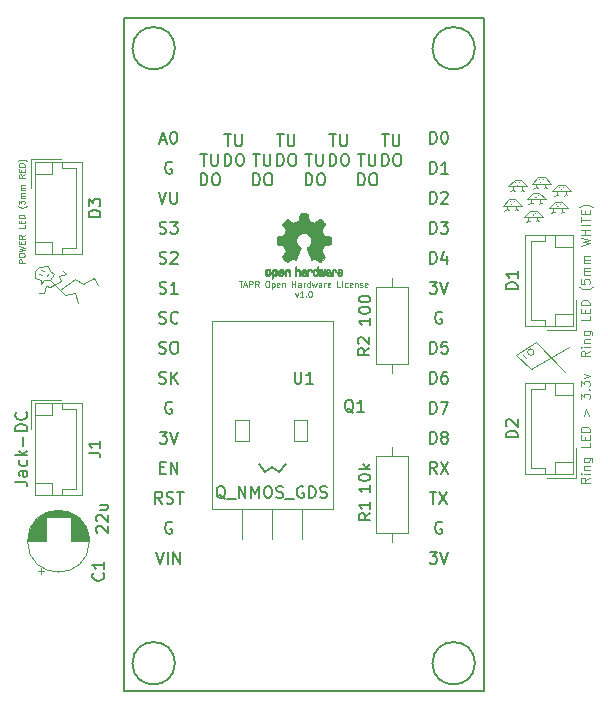
<source format=gbr>
G04 #@! TF.GenerationSoftware,KiCad,Pcbnew,5.1.5+dfsg1-2build2*
G04 #@! TF.CreationDate,2022-01-06T00:43:13+01:00*
G04 #@! TF.ProjectId,Bell,42656c6c-2e6b-4696-9361-645f70636258,V1.0*
G04 #@! TF.SameCoordinates,Original*
G04 #@! TF.FileFunction,Legend,Top*
G04 #@! TF.FilePolarity,Positive*
%FSLAX46Y46*%
G04 Gerber Fmt 4.6, Leading zero omitted, Abs format (unit mm)*
G04 Created by KiCad (PCBNEW 5.1.5+dfsg1-2build2) date 2022-01-06 00:43:13*
%MOMM*%
%LPD*%
G04 APERTURE LIST*
%ADD10C,0.150000*%
%ADD11C,0.120000*%
%ADD12C,0.100000*%
%ADD13C,0.010000*%
G04 APERTURE END LIST*
D10*
X131727676Y-72617580D02*
X132299104Y-72617580D01*
X132013390Y-73617580D02*
X132013390Y-72617580D01*
X132632438Y-72617580D02*
X132632438Y-73427104D01*
X132680057Y-73522342D01*
X132727676Y-73569961D01*
X132822914Y-73617580D01*
X133013390Y-73617580D01*
X133108628Y-73569961D01*
X133156247Y-73522342D01*
X133203866Y-73427104D01*
X133203866Y-72617580D01*
X131751485Y-75267580D02*
X131751485Y-74267580D01*
X131989580Y-74267580D01*
X132132438Y-74315200D01*
X132227676Y-74410438D01*
X132275295Y-74505676D01*
X132322914Y-74696152D01*
X132322914Y-74839009D01*
X132275295Y-75029485D01*
X132227676Y-75124723D01*
X132132438Y-75219961D01*
X131989580Y-75267580D01*
X131751485Y-75267580D01*
X132941961Y-74267580D02*
X133132438Y-74267580D01*
X133227676Y-74315200D01*
X133322914Y-74410438D01*
X133370533Y-74600914D01*
X133370533Y-74934247D01*
X133322914Y-75124723D01*
X133227676Y-75219961D01*
X133132438Y-75267580D01*
X132941961Y-75267580D01*
X132846723Y-75219961D01*
X132751485Y-75124723D01*
X132703866Y-74934247D01*
X132703866Y-74600914D01*
X132751485Y-74410438D01*
X132846723Y-74315200D01*
X132941961Y-74267580D01*
X133759676Y-70966580D02*
X134331104Y-70966580D01*
X134045390Y-71966580D02*
X134045390Y-70966580D01*
X134664438Y-70966580D02*
X134664438Y-71776104D01*
X134712057Y-71871342D01*
X134759676Y-71918961D01*
X134854914Y-71966580D01*
X135045390Y-71966580D01*
X135140628Y-71918961D01*
X135188247Y-71871342D01*
X135235866Y-71776104D01*
X135235866Y-70966580D01*
X133783485Y-73616580D02*
X133783485Y-72616580D01*
X134021580Y-72616580D01*
X134164438Y-72664200D01*
X134259676Y-72759438D01*
X134307295Y-72854676D01*
X134354914Y-73045152D01*
X134354914Y-73188009D01*
X134307295Y-73378485D01*
X134259676Y-73473723D01*
X134164438Y-73568961D01*
X134021580Y-73616580D01*
X133783485Y-73616580D01*
X134973961Y-72616580D02*
X135164438Y-72616580D01*
X135259676Y-72664200D01*
X135354914Y-72759438D01*
X135402533Y-72949914D01*
X135402533Y-73283247D01*
X135354914Y-73473723D01*
X135259676Y-73568961D01*
X135164438Y-73616580D01*
X134973961Y-73616580D01*
X134878723Y-73568961D01*
X134783485Y-73473723D01*
X134735866Y-73283247D01*
X134735866Y-72949914D01*
X134783485Y-72759438D01*
X134878723Y-72664200D01*
X134973961Y-72616580D01*
X129314676Y-70966580D02*
X129886104Y-70966580D01*
X129600390Y-71966580D02*
X129600390Y-70966580D01*
X130219438Y-70966580D02*
X130219438Y-71776104D01*
X130267057Y-71871342D01*
X130314676Y-71918961D01*
X130409914Y-71966580D01*
X130600390Y-71966580D01*
X130695628Y-71918961D01*
X130743247Y-71871342D01*
X130790866Y-71776104D01*
X130790866Y-70966580D01*
X129338485Y-73616580D02*
X129338485Y-72616580D01*
X129576580Y-72616580D01*
X129719438Y-72664200D01*
X129814676Y-72759438D01*
X129862295Y-72854676D01*
X129909914Y-73045152D01*
X129909914Y-73188009D01*
X129862295Y-73378485D01*
X129814676Y-73473723D01*
X129719438Y-73568961D01*
X129576580Y-73616580D01*
X129338485Y-73616580D01*
X130528961Y-72616580D02*
X130719438Y-72616580D01*
X130814676Y-72664200D01*
X130909914Y-72759438D01*
X130957533Y-72949914D01*
X130957533Y-73283247D01*
X130909914Y-73473723D01*
X130814676Y-73568961D01*
X130719438Y-73616580D01*
X130528961Y-73616580D01*
X130433723Y-73568961D01*
X130338485Y-73473723D01*
X130290866Y-73283247D01*
X130290866Y-72949914D01*
X130338485Y-72759438D01*
X130433723Y-72664200D01*
X130528961Y-72616580D01*
X127282676Y-72617580D02*
X127854104Y-72617580D01*
X127568390Y-73617580D02*
X127568390Y-72617580D01*
X128187438Y-72617580D02*
X128187438Y-73427104D01*
X128235057Y-73522342D01*
X128282676Y-73569961D01*
X128377914Y-73617580D01*
X128568390Y-73617580D01*
X128663628Y-73569961D01*
X128711247Y-73522342D01*
X128758866Y-73427104D01*
X128758866Y-72617580D01*
X127306485Y-75267580D02*
X127306485Y-74267580D01*
X127544580Y-74267580D01*
X127687438Y-74315200D01*
X127782676Y-74410438D01*
X127830295Y-74505676D01*
X127877914Y-74696152D01*
X127877914Y-74839009D01*
X127830295Y-75029485D01*
X127782676Y-75124723D01*
X127687438Y-75219961D01*
X127544580Y-75267580D01*
X127306485Y-75267580D01*
X128496961Y-74267580D02*
X128687438Y-74267580D01*
X128782676Y-74315200D01*
X128877914Y-74410438D01*
X128925533Y-74600914D01*
X128925533Y-74934247D01*
X128877914Y-75124723D01*
X128782676Y-75219961D01*
X128687438Y-75267580D01*
X128496961Y-75267580D01*
X128401723Y-75219961D01*
X128306485Y-75124723D01*
X128258866Y-74934247D01*
X128258866Y-74600914D01*
X128306485Y-74410438D01*
X128401723Y-74315200D01*
X128496961Y-74267580D01*
X124869676Y-70966580D02*
X125441104Y-70966580D01*
X125155390Y-71966580D02*
X125155390Y-70966580D01*
X125774438Y-70966580D02*
X125774438Y-71776104D01*
X125822057Y-71871342D01*
X125869676Y-71918961D01*
X125964914Y-71966580D01*
X126155390Y-71966580D01*
X126250628Y-71918961D01*
X126298247Y-71871342D01*
X126345866Y-71776104D01*
X126345866Y-70966580D01*
X124893485Y-73616580D02*
X124893485Y-72616580D01*
X125131580Y-72616580D01*
X125274438Y-72664200D01*
X125369676Y-72759438D01*
X125417295Y-72854676D01*
X125464914Y-73045152D01*
X125464914Y-73188009D01*
X125417295Y-73378485D01*
X125369676Y-73473723D01*
X125274438Y-73568961D01*
X125131580Y-73616580D01*
X124893485Y-73616580D01*
X126083961Y-72616580D02*
X126274438Y-72616580D01*
X126369676Y-72664200D01*
X126464914Y-72759438D01*
X126512533Y-72949914D01*
X126512533Y-73283247D01*
X126464914Y-73473723D01*
X126369676Y-73568961D01*
X126274438Y-73616580D01*
X126083961Y-73616580D01*
X125988723Y-73568961D01*
X125893485Y-73473723D01*
X125845866Y-73283247D01*
X125845866Y-72949914D01*
X125893485Y-72759438D01*
X125988723Y-72664200D01*
X126083961Y-72616580D01*
X122837676Y-72617580D02*
X123409104Y-72617580D01*
X123123390Y-73617580D02*
X123123390Y-72617580D01*
X123742438Y-72617580D02*
X123742438Y-73427104D01*
X123790057Y-73522342D01*
X123837676Y-73569961D01*
X123932914Y-73617580D01*
X124123390Y-73617580D01*
X124218628Y-73569961D01*
X124266247Y-73522342D01*
X124313866Y-73427104D01*
X124313866Y-72617580D01*
X122861485Y-75267580D02*
X122861485Y-74267580D01*
X123099580Y-74267580D01*
X123242438Y-74315200D01*
X123337676Y-74410438D01*
X123385295Y-74505676D01*
X123432914Y-74696152D01*
X123432914Y-74839009D01*
X123385295Y-75029485D01*
X123337676Y-75124723D01*
X123242438Y-75219961D01*
X123099580Y-75267580D01*
X122861485Y-75267580D01*
X124051961Y-74267580D02*
X124242438Y-74267580D01*
X124337676Y-74315200D01*
X124432914Y-74410438D01*
X124480533Y-74600914D01*
X124480533Y-74934247D01*
X124432914Y-75124723D01*
X124337676Y-75219961D01*
X124242438Y-75267580D01*
X124051961Y-75267580D01*
X123956723Y-75219961D01*
X123861485Y-75124723D01*
X123813866Y-74934247D01*
X123813866Y-74600914D01*
X123861485Y-74410438D01*
X123956723Y-74315200D01*
X124051961Y-74267580D01*
D11*
X146642243Y-89395300D02*
G75*
G03X146642243Y-89395300I-274743J0D01*
G01*
X145719800Y-89662000D02*
X145923000Y-89890600D01*
X146786600Y-88569800D02*
X149275800Y-91059000D01*
X145135600Y-89611200D02*
X146786600Y-88569800D01*
X146354800Y-90830400D02*
X145135600Y-89611200D01*
X149555200Y-88976200D02*
X146354800Y-90830400D01*
X146771721Y-77622400D02*
G75*
G03X146771721Y-77622400I-35921J0D01*
G01*
X146913600Y-77978000D02*
X146913600Y-78232000D01*
X145770600Y-77952600D02*
X147396200Y-77952600D01*
X146913600Y-78232000D02*
X146812000Y-78333600D01*
X146862800Y-77419200D02*
X147396200Y-77952600D01*
X146304000Y-77419200D02*
X145770600Y-77952600D01*
X146583400Y-77724000D02*
X146507200Y-77800200D01*
X146416121Y-77622400D02*
G75*
G03X146416121Y-77622400I-35921J0D01*
G01*
X146151600Y-78257400D02*
X146304000Y-78308200D01*
X146304000Y-77419200D02*
X146862800Y-77419200D01*
X146913600Y-78232000D02*
X147066000Y-78308200D01*
X146151600Y-78257400D02*
X145923000Y-78384400D01*
X146151600Y-78003400D02*
X146151600Y-78232000D01*
X148259800Y-77520800D02*
X148031200Y-77647800D01*
X149021800Y-77495400D02*
X148920200Y-77597000D01*
X148259800Y-77266800D02*
X148259800Y-77495400D01*
X149021800Y-77495400D02*
X149174200Y-77571600D01*
X147878800Y-77216000D02*
X149504400Y-77216000D01*
X148412200Y-76682600D02*
X147878800Y-77216000D01*
X148524321Y-76885800D02*
G75*
G03X148524321Y-76885800I-35921J0D01*
G01*
X148259800Y-77520800D02*
X148412200Y-77571600D01*
X149021800Y-77241400D02*
X149021800Y-77495400D01*
X148879921Y-76885800D02*
G75*
G03X148879921Y-76885800I-35921J0D01*
G01*
X148412200Y-76682600D02*
X148971000Y-76682600D01*
X148691600Y-76987400D02*
X148615400Y-77063600D01*
X148971000Y-76682600D02*
X149504400Y-77216000D01*
X145059400Y-76454000D02*
X145592800Y-76987400D01*
X144500600Y-76454000D02*
X143967200Y-76987400D01*
X145110200Y-77266800D02*
X145262600Y-77343000D01*
X143967200Y-76987400D02*
X145592800Y-76987400D01*
X145110200Y-77012800D02*
X145110200Y-77266800D01*
X145110200Y-77266800D02*
X145008600Y-77368400D01*
X144612721Y-76657200D02*
G75*
G03X144612721Y-76657200I-35921J0D01*
G01*
X144348200Y-77038200D02*
X144348200Y-77266800D01*
X144348200Y-77292200D02*
X144119600Y-77419200D01*
X144780000Y-76758800D02*
X144703800Y-76835000D01*
X144968321Y-76657200D02*
G75*
G03X144968321Y-76657200I-35921J0D01*
G01*
X144348200Y-77292200D02*
X144500600Y-77343000D01*
X144500600Y-76454000D02*
X145059400Y-76454000D01*
X144983200Y-74828400D02*
X144449800Y-75361800D01*
X144449800Y-75361800D02*
X146075400Y-75361800D01*
X145450921Y-75031600D02*
G75*
G03X145450921Y-75031600I-35921J0D01*
G01*
X145095321Y-75031600D02*
G75*
G03X145095321Y-75031600I-35921J0D01*
G01*
X145262600Y-75133200D02*
X145186400Y-75209400D01*
X144983200Y-74828400D02*
X145542000Y-74828400D01*
X145592800Y-75641200D02*
X145491200Y-75742800D01*
X144830800Y-75666600D02*
X144602200Y-75793600D01*
X144830800Y-75666600D02*
X144983200Y-75717400D01*
X145542000Y-74828400D02*
X146075400Y-75361800D01*
X145592800Y-75641200D02*
X145745200Y-75717400D01*
X145592800Y-75387200D02*
X145592800Y-75641200D01*
X144830800Y-75412600D02*
X144830800Y-75641200D01*
X146532600Y-75920600D02*
X145999200Y-76454000D01*
X147142200Y-76733400D02*
X147040600Y-76835000D01*
X146380200Y-76504800D02*
X146380200Y-76733400D01*
X147000321Y-76123800D02*
G75*
G03X147000321Y-76123800I-35921J0D01*
G01*
X146532600Y-75920600D02*
X147091400Y-75920600D01*
X146380200Y-76758800D02*
X146532600Y-76809600D01*
X146380200Y-76758800D02*
X146151600Y-76885800D01*
X147142200Y-76733400D02*
X147294600Y-76809600D01*
X146812000Y-76225400D02*
X146735800Y-76301600D01*
X147091400Y-75920600D02*
X147624800Y-76454000D01*
X147142200Y-76479400D02*
X147142200Y-76733400D01*
X145999200Y-76454000D02*
X147624800Y-76454000D01*
X146644721Y-76123800D02*
G75*
G03X146644721Y-76123800I-35921J0D01*
G01*
X149301200Y-76047600D02*
X149199600Y-76149200D01*
X148158200Y-75768200D02*
X149783800Y-75768200D01*
X149250400Y-75234800D02*
X149783800Y-75768200D01*
X148539200Y-75819000D02*
X148539200Y-76047600D01*
X149301200Y-76047600D02*
X149453600Y-76123800D01*
X148803721Y-75438000D02*
G75*
G03X148803721Y-75438000I-35921J0D01*
G01*
X148539200Y-76073000D02*
X148310600Y-76200000D01*
X149301200Y-75793600D02*
X149301200Y-76047600D01*
X148539200Y-76073000D02*
X148691600Y-76123800D01*
X148971000Y-75539600D02*
X148894800Y-75615800D01*
X148691600Y-75234800D02*
X149250400Y-75234800D01*
X148691600Y-75234800D02*
X148158200Y-75768200D01*
X149159321Y-75438000D02*
G75*
G03X149159321Y-75438000I-35921J0D01*
G01*
X147574000Y-75412600D02*
X147472400Y-75514200D01*
X147574000Y-75412600D02*
X147726400Y-75488800D01*
X146812000Y-75438000D02*
X146583400Y-75565000D01*
X146812000Y-75438000D02*
X146964400Y-75488800D01*
X147574000Y-75158600D02*
X147574000Y-75412600D01*
X146812000Y-75184000D02*
X146812000Y-75412600D01*
X147243800Y-74904600D02*
X147167600Y-74980800D01*
X147432121Y-74803000D02*
G75*
G03X147432121Y-74803000I-35921J0D01*
G01*
X147076521Y-74803000D02*
G75*
G03X147076521Y-74803000I-35921J0D01*
G01*
X147523200Y-74599800D02*
X148056600Y-75133200D01*
X146964400Y-74599800D02*
X147523200Y-74599800D01*
X146431000Y-75133200D02*
X148056600Y-75133200D01*
X146964400Y-74599800D02*
X146431000Y-75133200D01*
D12*
X121653809Y-83375190D02*
X121939523Y-83375190D01*
X121796666Y-83875190D02*
X121796666Y-83375190D01*
X122082380Y-83732333D02*
X122320476Y-83732333D01*
X122034761Y-83875190D02*
X122201428Y-83375190D01*
X122368095Y-83875190D01*
X122534761Y-83875190D02*
X122534761Y-83375190D01*
X122725238Y-83375190D01*
X122772857Y-83399000D01*
X122796666Y-83422809D01*
X122820476Y-83470428D01*
X122820476Y-83541857D01*
X122796666Y-83589476D01*
X122772857Y-83613285D01*
X122725238Y-83637095D01*
X122534761Y-83637095D01*
X123320476Y-83875190D02*
X123153809Y-83637095D01*
X123034761Y-83875190D02*
X123034761Y-83375190D01*
X123225238Y-83375190D01*
X123272857Y-83399000D01*
X123296666Y-83422809D01*
X123320476Y-83470428D01*
X123320476Y-83541857D01*
X123296666Y-83589476D01*
X123272857Y-83613285D01*
X123225238Y-83637095D01*
X123034761Y-83637095D01*
X124010952Y-83375190D02*
X124106190Y-83375190D01*
X124153809Y-83399000D01*
X124201428Y-83446619D01*
X124225238Y-83541857D01*
X124225238Y-83708523D01*
X124201428Y-83803761D01*
X124153809Y-83851380D01*
X124106190Y-83875190D01*
X124010952Y-83875190D01*
X123963333Y-83851380D01*
X123915714Y-83803761D01*
X123891904Y-83708523D01*
X123891904Y-83541857D01*
X123915714Y-83446619D01*
X123963333Y-83399000D01*
X124010952Y-83375190D01*
X124439523Y-83541857D02*
X124439523Y-84041857D01*
X124439523Y-83565666D02*
X124487142Y-83541857D01*
X124582380Y-83541857D01*
X124630000Y-83565666D01*
X124653809Y-83589476D01*
X124677619Y-83637095D01*
X124677619Y-83779952D01*
X124653809Y-83827571D01*
X124630000Y-83851380D01*
X124582380Y-83875190D01*
X124487142Y-83875190D01*
X124439523Y-83851380D01*
X125082380Y-83851380D02*
X125034761Y-83875190D01*
X124939523Y-83875190D01*
X124891904Y-83851380D01*
X124868095Y-83803761D01*
X124868095Y-83613285D01*
X124891904Y-83565666D01*
X124939523Y-83541857D01*
X125034761Y-83541857D01*
X125082380Y-83565666D01*
X125106190Y-83613285D01*
X125106190Y-83660904D01*
X124868095Y-83708523D01*
X125320476Y-83541857D02*
X125320476Y-83875190D01*
X125320476Y-83589476D02*
X125344285Y-83565666D01*
X125391904Y-83541857D01*
X125463333Y-83541857D01*
X125510952Y-83565666D01*
X125534761Y-83613285D01*
X125534761Y-83875190D01*
X126153809Y-83875190D02*
X126153809Y-83375190D01*
X126153809Y-83613285D02*
X126439523Y-83613285D01*
X126439523Y-83875190D02*
X126439523Y-83375190D01*
X126891904Y-83875190D02*
X126891904Y-83613285D01*
X126868095Y-83565666D01*
X126820476Y-83541857D01*
X126725238Y-83541857D01*
X126677619Y-83565666D01*
X126891904Y-83851380D02*
X126844285Y-83875190D01*
X126725238Y-83875190D01*
X126677619Y-83851380D01*
X126653809Y-83803761D01*
X126653809Y-83756142D01*
X126677619Y-83708523D01*
X126725238Y-83684714D01*
X126844285Y-83684714D01*
X126891904Y-83660904D01*
X127130000Y-83875190D02*
X127130000Y-83541857D01*
X127130000Y-83637095D02*
X127153809Y-83589476D01*
X127177619Y-83565666D01*
X127225238Y-83541857D01*
X127272857Y-83541857D01*
X127653809Y-83875190D02*
X127653809Y-83375190D01*
X127653809Y-83851380D02*
X127606190Y-83875190D01*
X127510952Y-83875190D01*
X127463333Y-83851380D01*
X127439523Y-83827571D01*
X127415714Y-83779952D01*
X127415714Y-83637095D01*
X127439523Y-83589476D01*
X127463333Y-83565666D01*
X127510952Y-83541857D01*
X127606190Y-83541857D01*
X127653809Y-83565666D01*
X127844285Y-83541857D02*
X127939523Y-83875190D01*
X128034761Y-83637095D01*
X128130000Y-83875190D01*
X128225238Y-83541857D01*
X128630000Y-83875190D02*
X128630000Y-83613285D01*
X128606190Y-83565666D01*
X128558571Y-83541857D01*
X128463333Y-83541857D01*
X128415714Y-83565666D01*
X128630000Y-83851380D02*
X128582380Y-83875190D01*
X128463333Y-83875190D01*
X128415714Y-83851380D01*
X128391904Y-83803761D01*
X128391904Y-83756142D01*
X128415714Y-83708523D01*
X128463333Y-83684714D01*
X128582380Y-83684714D01*
X128630000Y-83660904D01*
X128868095Y-83875190D02*
X128868095Y-83541857D01*
X128868095Y-83637095D02*
X128891904Y-83589476D01*
X128915714Y-83565666D01*
X128963333Y-83541857D01*
X129010952Y-83541857D01*
X129368095Y-83851380D02*
X129320476Y-83875190D01*
X129225238Y-83875190D01*
X129177619Y-83851380D01*
X129153809Y-83803761D01*
X129153809Y-83613285D01*
X129177619Y-83565666D01*
X129225238Y-83541857D01*
X129320476Y-83541857D01*
X129368095Y-83565666D01*
X129391904Y-83613285D01*
X129391904Y-83660904D01*
X129153809Y-83708523D01*
X130225238Y-83875190D02*
X129987142Y-83875190D01*
X129987142Y-83375190D01*
X130391904Y-83875190D02*
X130391904Y-83541857D01*
X130391904Y-83375190D02*
X130368095Y-83399000D01*
X130391904Y-83422809D01*
X130415714Y-83399000D01*
X130391904Y-83375190D01*
X130391904Y-83422809D01*
X130844285Y-83851380D02*
X130796666Y-83875190D01*
X130701428Y-83875190D01*
X130653809Y-83851380D01*
X130630000Y-83827571D01*
X130606190Y-83779952D01*
X130606190Y-83637095D01*
X130630000Y-83589476D01*
X130653809Y-83565666D01*
X130701428Y-83541857D01*
X130796666Y-83541857D01*
X130844285Y-83565666D01*
X131249047Y-83851380D02*
X131201428Y-83875190D01*
X131106190Y-83875190D01*
X131058571Y-83851380D01*
X131034761Y-83803761D01*
X131034761Y-83613285D01*
X131058571Y-83565666D01*
X131106190Y-83541857D01*
X131201428Y-83541857D01*
X131249047Y-83565666D01*
X131272857Y-83613285D01*
X131272857Y-83660904D01*
X131034761Y-83708523D01*
X131487142Y-83541857D02*
X131487142Y-83875190D01*
X131487142Y-83589476D02*
X131510952Y-83565666D01*
X131558571Y-83541857D01*
X131630000Y-83541857D01*
X131677619Y-83565666D01*
X131701428Y-83613285D01*
X131701428Y-83875190D01*
X131915714Y-83851380D02*
X131963333Y-83875190D01*
X132058571Y-83875190D01*
X132106190Y-83851380D01*
X132130000Y-83803761D01*
X132130000Y-83779952D01*
X132106190Y-83732333D01*
X132058571Y-83708523D01*
X131987142Y-83708523D01*
X131939523Y-83684714D01*
X131915714Y-83637095D01*
X131915714Y-83613285D01*
X131939523Y-83565666D01*
X131987142Y-83541857D01*
X132058571Y-83541857D01*
X132106190Y-83565666D01*
X132534761Y-83851380D02*
X132487142Y-83875190D01*
X132391904Y-83875190D01*
X132344285Y-83851380D01*
X132320476Y-83803761D01*
X132320476Y-83613285D01*
X132344285Y-83565666D01*
X132391904Y-83541857D01*
X132487142Y-83541857D01*
X132534761Y-83565666D01*
X132558571Y-83613285D01*
X132558571Y-83660904D01*
X132320476Y-83708523D01*
X126415714Y-84391857D02*
X126534761Y-84725190D01*
X126653809Y-84391857D01*
X127106190Y-84725190D02*
X126820476Y-84725190D01*
X126963333Y-84725190D02*
X126963333Y-84225190D01*
X126915714Y-84296619D01*
X126868095Y-84344238D01*
X126820476Y-84368047D01*
X127320476Y-84677571D02*
X127344285Y-84701380D01*
X127320476Y-84725190D01*
X127296666Y-84701380D01*
X127320476Y-84677571D01*
X127320476Y-84725190D01*
X127653809Y-84225190D02*
X127701428Y-84225190D01*
X127749047Y-84249000D01*
X127772857Y-84272809D01*
X127796666Y-84320428D01*
X127820476Y-84415666D01*
X127820476Y-84534714D01*
X127796666Y-84629952D01*
X127772857Y-84677571D01*
X127749047Y-84701380D01*
X127701428Y-84725190D01*
X127653809Y-84725190D01*
X127606190Y-84701380D01*
X127582380Y-84677571D01*
X127558571Y-84629952D01*
X127534761Y-84534714D01*
X127534761Y-84415666D01*
X127558571Y-84320428D01*
X127582380Y-84272809D01*
X127606190Y-84249000D01*
X127653809Y-84225190D01*
D11*
X105460800Y-82753200D02*
X105384600Y-82931000D01*
X104749600Y-82804000D02*
X105003600Y-82854800D01*
X104927400Y-82448400D02*
X105130600Y-82499200D01*
X105181400Y-84353400D02*
X104749600Y-84429600D01*
X105308400Y-83820000D02*
X105181400Y-84353400D01*
X105638600Y-83921600D02*
X105308400Y-83820000D01*
X105994200Y-83693000D02*
X105638600Y-83921600D01*
X107010200Y-82753200D02*
X106756200Y-82499200D01*
X106375200Y-82956400D02*
X107010200Y-82753200D01*
X106603800Y-83362800D02*
X106375200Y-82956400D01*
X106019600Y-83693000D02*
X106603800Y-83362800D01*
X104394000Y-82524600D02*
X104698800Y-82194400D01*
X105511600Y-82143600D02*
X104698800Y-82194400D01*
X105613200Y-82499200D02*
X105511600Y-82143600D01*
X105994200Y-82778600D02*
X105613200Y-82499200D01*
X105664000Y-83286600D02*
X105994200Y-82778600D01*
X105562400Y-83312000D02*
X105664000Y-83286600D01*
X105181400Y-83312000D02*
X105562400Y-83312000D01*
X104902000Y-83642200D02*
X105181400Y-83312000D01*
X104851200Y-83286600D02*
X104902000Y-83642200D01*
X104368600Y-83108800D02*
X104851200Y-83286600D01*
X104394000Y-82524600D02*
X104368600Y-83108800D01*
X107797600Y-84353400D02*
X108026200Y-85267800D01*
X106959400Y-84582000D02*
X107797600Y-84353400D01*
X106476800Y-84124800D02*
X106959400Y-84582000D01*
X109397800Y-83159600D02*
X109753400Y-83743800D01*
X108483400Y-83591400D02*
X109397800Y-83159600D01*
X107746800Y-83210400D02*
X108483400Y-83591400D01*
X106476800Y-84124800D02*
X107746800Y-83210400D01*
X105664000Y-83312000D02*
X106476800Y-84124800D01*
D10*
X118392676Y-72617580D02*
X118964104Y-72617580D01*
X118678390Y-73617580D02*
X118678390Y-72617580D01*
X119297438Y-72617580D02*
X119297438Y-73427104D01*
X119345057Y-73522342D01*
X119392676Y-73569961D01*
X119487914Y-73617580D01*
X119678390Y-73617580D01*
X119773628Y-73569961D01*
X119821247Y-73522342D01*
X119868866Y-73427104D01*
X119868866Y-72617580D01*
X118416485Y-75267580D02*
X118416485Y-74267580D01*
X118654580Y-74267580D01*
X118797438Y-74315200D01*
X118892676Y-74410438D01*
X118940295Y-74505676D01*
X118987914Y-74696152D01*
X118987914Y-74839009D01*
X118940295Y-75029485D01*
X118892676Y-75124723D01*
X118797438Y-75219961D01*
X118654580Y-75267580D01*
X118416485Y-75267580D01*
X119606961Y-74267580D02*
X119797438Y-74267580D01*
X119892676Y-74315200D01*
X119987914Y-74410438D01*
X120035533Y-74600914D01*
X120035533Y-74934247D01*
X119987914Y-75124723D01*
X119892676Y-75219961D01*
X119797438Y-75267580D01*
X119606961Y-75267580D01*
X119511723Y-75219961D01*
X119416485Y-75124723D01*
X119368866Y-74934247D01*
X119368866Y-74600914D01*
X119416485Y-74410438D01*
X119511723Y-74315200D01*
X119606961Y-74267580D01*
X120424676Y-70966580D02*
X120996104Y-70966580D01*
X120710390Y-71966580D02*
X120710390Y-70966580D01*
X121329438Y-70966580D02*
X121329438Y-71776104D01*
X121377057Y-71871342D01*
X121424676Y-71918961D01*
X121519914Y-71966580D01*
X121710390Y-71966580D01*
X121805628Y-71918961D01*
X121853247Y-71871342D01*
X121900866Y-71776104D01*
X121900866Y-70966580D01*
X120448485Y-73616580D02*
X120448485Y-72616580D01*
X120686580Y-72616580D01*
X120829438Y-72664200D01*
X120924676Y-72759438D01*
X120972295Y-72854676D01*
X121019914Y-73045152D01*
X121019914Y-73188009D01*
X120972295Y-73378485D01*
X120924676Y-73473723D01*
X120829438Y-73568961D01*
X120686580Y-73616580D01*
X120448485Y-73616580D01*
X121638961Y-72616580D02*
X121829438Y-72616580D01*
X121924676Y-72664200D01*
X122019914Y-72759438D01*
X122067533Y-72949914D01*
X122067533Y-73283247D01*
X122019914Y-73473723D01*
X121924676Y-73568961D01*
X121829438Y-73616580D01*
X121638961Y-73616580D01*
X121543723Y-73568961D01*
X121448485Y-73473723D01*
X121400866Y-73283247D01*
X121400866Y-72949914D01*
X121448485Y-72759438D01*
X121543723Y-72664200D01*
X121638961Y-72616580D01*
X123317142Y-98909214D02*
X123888571Y-99575880D01*
X124460000Y-99099690D01*
X125031428Y-99575880D01*
X125602857Y-98909214D01*
D11*
X126301500Y-95123000D02*
X127444500Y-95123000D01*
X126301500Y-96901000D02*
X127317500Y-96901000D01*
X127444500Y-95123000D02*
X127444500Y-96901000D01*
X127444500Y-96901000D02*
X127317500Y-96901000D01*
X126301500Y-95123000D02*
X126301500Y-96901000D01*
X122491500Y-96901000D02*
X122364500Y-96901000D01*
X122491500Y-95123000D02*
X122491500Y-96901000D01*
X121348500Y-95123000D02*
X122491500Y-95123000D01*
X121348500Y-96901000D02*
X122364500Y-96901000D01*
X121348500Y-95123000D02*
X121348500Y-96901000D01*
X133250000Y-90436700D02*
X135990000Y-90436700D01*
X135990000Y-90436700D02*
X135990000Y-83896700D01*
X135990000Y-83896700D02*
X133250000Y-83896700D01*
X133250000Y-83896700D02*
X133250000Y-90436700D01*
X134620000Y-91206700D02*
X134620000Y-90436700D01*
X134620000Y-83126700D02*
X134620000Y-83896700D01*
D13*
G36*
X127233910Y-77658748D02*
G01*
X127312454Y-77659178D01*
X127369298Y-77660342D01*
X127408105Y-77662607D01*
X127432538Y-77666340D01*
X127446262Y-77671906D01*
X127452940Y-77679673D01*
X127456236Y-77690005D01*
X127456556Y-77691343D01*
X127461562Y-77715479D01*
X127470829Y-77763101D01*
X127483392Y-77829141D01*
X127498287Y-77908528D01*
X127514551Y-77996196D01*
X127515119Y-77999275D01*
X127531410Y-78085189D01*
X127546652Y-78161096D01*
X127559861Y-78222445D01*
X127570054Y-78264682D01*
X127576248Y-78283255D01*
X127576543Y-78283584D01*
X127594788Y-78292653D01*
X127632405Y-78307767D01*
X127681271Y-78325662D01*
X127681543Y-78325758D01*
X127743093Y-78348893D01*
X127815657Y-78378365D01*
X127884057Y-78407997D01*
X127887294Y-78409462D01*
X127998702Y-78460026D01*
X128245399Y-78291560D01*
X128321077Y-78240203D01*
X128389631Y-78194289D01*
X128447088Y-78156430D01*
X128489476Y-78129237D01*
X128512825Y-78115321D01*
X128515042Y-78114289D01*
X128532010Y-78118884D01*
X128563701Y-78141055D01*
X128611352Y-78181847D01*
X128676198Y-78242305D01*
X128742397Y-78306627D01*
X128806214Y-78370012D01*
X128863329Y-78427851D01*
X128910305Y-78476575D01*
X128943703Y-78512610D01*
X128960085Y-78532384D01*
X128960694Y-78533402D01*
X128962505Y-78546972D01*
X128955683Y-78569133D01*
X128938540Y-78602878D01*
X128909393Y-78651200D01*
X128866555Y-78717092D01*
X128809448Y-78801917D01*
X128758766Y-78876577D01*
X128713461Y-78943540D01*
X128676150Y-78998916D01*
X128649452Y-79038820D01*
X128635985Y-79059362D01*
X128635137Y-79060756D01*
X128636781Y-79080438D01*
X128649245Y-79118693D01*
X128670048Y-79168289D01*
X128677462Y-79184128D01*
X128709814Y-79254690D01*
X128744328Y-79334753D01*
X128772365Y-79404029D01*
X128792568Y-79455445D01*
X128808615Y-79494519D01*
X128817888Y-79514941D01*
X128819041Y-79516514D01*
X128836096Y-79519121D01*
X128876298Y-79526263D01*
X128934302Y-79536923D01*
X129004763Y-79550085D01*
X129082335Y-79564733D01*
X129161672Y-79579849D01*
X129237431Y-79594418D01*
X129304264Y-79607422D01*
X129356828Y-79617845D01*
X129389776Y-79624670D01*
X129397857Y-79626599D01*
X129406205Y-79631362D01*
X129412506Y-79642118D01*
X129417045Y-79662498D01*
X129420104Y-79696134D01*
X129421967Y-79746655D01*
X129422918Y-79817692D01*
X129423240Y-79912876D01*
X129423257Y-79951892D01*
X129423257Y-80269199D01*
X129347057Y-80284239D01*
X129304663Y-80292395D01*
X129241400Y-80304299D01*
X129164962Y-80318516D01*
X129083043Y-80333610D01*
X129060400Y-80337755D01*
X128984806Y-80352453D01*
X128918953Y-80366905D01*
X128868366Y-80379775D01*
X128838574Y-80389722D01*
X128833612Y-80392687D01*
X128821426Y-80413683D01*
X128803953Y-80454367D01*
X128784577Y-80506722D01*
X128780734Y-80518000D01*
X128755339Y-80587923D01*
X128723817Y-80666818D01*
X128692969Y-80737666D01*
X128692817Y-80737995D01*
X128641447Y-80849133D01*
X128810399Y-81097653D01*
X128979352Y-81346172D01*
X128762429Y-81563458D01*
X128696819Y-81628126D01*
X128636979Y-81685133D01*
X128586267Y-81731433D01*
X128548046Y-81763984D01*
X128525675Y-81779743D01*
X128522466Y-81780743D01*
X128503626Y-81772869D01*
X128465180Y-81750978D01*
X128411330Y-81717667D01*
X128346276Y-81675531D01*
X128275940Y-81628343D01*
X128204555Y-81580210D01*
X128140908Y-81538328D01*
X128089041Y-81505271D01*
X128052995Y-81483618D01*
X128036867Y-81475943D01*
X128017189Y-81482437D01*
X127979875Y-81499550D01*
X127932621Y-81523726D01*
X127927612Y-81526413D01*
X127863977Y-81558327D01*
X127820341Y-81573979D01*
X127793202Y-81574145D01*
X127779057Y-81559604D01*
X127778975Y-81559400D01*
X127771905Y-81542179D01*
X127755042Y-81501299D01*
X127729695Y-81439925D01*
X127697171Y-81361219D01*
X127658778Y-81268347D01*
X127615822Y-81164472D01*
X127574222Y-81063902D01*
X127528504Y-80952916D01*
X127486526Y-80850103D01*
X127449548Y-80758615D01*
X127418827Y-80681601D01*
X127395622Y-80622215D01*
X127381190Y-80583609D01*
X127376743Y-80569200D01*
X127387896Y-80552672D01*
X127417069Y-80526330D01*
X127455971Y-80497287D01*
X127566757Y-80405439D01*
X127653351Y-80300159D01*
X127714716Y-80183666D01*
X127749815Y-80058176D01*
X127757608Y-79925907D01*
X127751943Y-79864857D01*
X127721078Y-79738195D01*
X127667920Y-79626341D01*
X127595767Y-79530401D01*
X127507917Y-79451476D01*
X127407665Y-79390670D01*
X127298310Y-79349087D01*
X127183147Y-79327828D01*
X127065475Y-79327999D01*
X126948590Y-79350701D01*
X126835789Y-79397038D01*
X126730369Y-79468113D01*
X126686368Y-79508311D01*
X126601979Y-79611529D01*
X126543222Y-79724325D01*
X126509704Y-79843410D01*
X126501035Y-79965495D01*
X126516823Y-80087293D01*
X126556678Y-80205516D01*
X126620207Y-80316875D01*
X126707021Y-80418084D01*
X126804029Y-80497287D01*
X126844437Y-80527562D01*
X126872982Y-80553619D01*
X126883257Y-80569225D01*
X126877877Y-80586243D01*
X126862575Y-80626900D01*
X126838612Y-80688042D01*
X126807244Y-80766519D01*
X126769732Y-80859180D01*
X126727333Y-80962872D01*
X126685663Y-81063926D01*
X126639690Y-81175007D01*
X126597107Y-81277941D01*
X126559221Y-81369565D01*
X126527340Y-81446716D01*
X126502771Y-81506231D01*
X126486820Y-81544944D01*
X126480910Y-81559400D01*
X126466948Y-81574085D01*
X126439940Y-81574042D01*
X126396413Y-81558499D01*
X126332890Y-81526684D01*
X126332388Y-81526413D01*
X126284560Y-81501723D01*
X126245897Y-81483738D01*
X126224095Y-81476014D01*
X126223133Y-81475943D01*
X126206721Y-81483778D01*
X126170487Y-81505565D01*
X126118474Y-81538728D01*
X126054725Y-81580691D01*
X125984060Y-81628343D01*
X125912116Y-81676591D01*
X125847274Y-81718551D01*
X125793735Y-81751627D01*
X125755697Y-81773221D01*
X125737533Y-81780743D01*
X125720808Y-81770857D01*
X125687180Y-81743226D01*
X125640010Y-81700895D01*
X125582658Y-81646905D01*
X125518484Y-81584299D01*
X125497497Y-81563383D01*
X125280499Y-81346023D01*
X125445668Y-81103620D01*
X125495864Y-81029181D01*
X125539919Y-80962372D01*
X125575362Y-80907065D01*
X125599719Y-80867129D01*
X125610522Y-80846436D01*
X125610838Y-80844963D01*
X125605143Y-80825458D01*
X125589826Y-80786222D01*
X125567537Y-80733830D01*
X125551893Y-80698755D01*
X125522641Y-80631601D01*
X125495094Y-80563758D01*
X125473737Y-80506434D01*
X125467935Y-80488972D01*
X125451452Y-80442338D01*
X125435340Y-80406305D01*
X125426490Y-80392687D01*
X125406960Y-80384352D01*
X125364334Y-80372537D01*
X125304145Y-80358581D01*
X125231922Y-80343822D01*
X125199600Y-80337755D01*
X125117522Y-80322673D01*
X125038795Y-80308069D01*
X124971109Y-80295380D01*
X124922160Y-80286042D01*
X124912943Y-80284239D01*
X124836743Y-80269199D01*
X124836743Y-79951892D01*
X124836914Y-79847554D01*
X124837616Y-79768613D01*
X124839134Y-79711438D01*
X124841749Y-79672399D01*
X124845746Y-79647865D01*
X124851409Y-79634205D01*
X124859020Y-79627789D01*
X124862143Y-79626599D01*
X124880978Y-79622380D01*
X124922588Y-79613962D01*
X124981630Y-79602361D01*
X125052757Y-79588595D01*
X125130625Y-79573680D01*
X125209887Y-79558632D01*
X125285198Y-79544469D01*
X125351213Y-79532206D01*
X125402587Y-79522861D01*
X125433975Y-79517450D01*
X125440959Y-79516514D01*
X125447285Y-79503996D01*
X125461290Y-79470646D01*
X125480355Y-79422777D01*
X125487634Y-79404029D01*
X125516996Y-79331595D01*
X125551571Y-79251570D01*
X125582537Y-79184128D01*
X125605323Y-79132559D01*
X125620482Y-79090185D01*
X125625542Y-79064234D01*
X125624736Y-79060756D01*
X125614041Y-79044336D01*
X125589620Y-79007817D01*
X125554095Y-78955087D01*
X125510087Y-78890035D01*
X125460217Y-78816551D01*
X125450356Y-78802045D01*
X125392492Y-78716104D01*
X125349956Y-78650661D01*
X125321054Y-78602704D01*
X125304090Y-78569220D01*
X125297367Y-78547195D01*
X125299190Y-78533617D01*
X125299236Y-78533531D01*
X125313586Y-78515697D01*
X125345323Y-78481217D01*
X125391010Y-78433668D01*
X125447204Y-78376622D01*
X125510468Y-78313655D01*
X125517602Y-78306627D01*
X125597330Y-78229420D01*
X125658857Y-78172730D01*
X125703421Y-78135510D01*
X125732257Y-78116715D01*
X125744958Y-78114289D01*
X125763494Y-78124871D01*
X125801961Y-78149316D01*
X125856386Y-78185012D01*
X125922798Y-78229347D01*
X125997225Y-78279711D01*
X126014601Y-78291560D01*
X126261297Y-78460026D01*
X126372706Y-78409462D01*
X126440457Y-78379995D01*
X126513183Y-78350359D01*
X126575703Y-78326730D01*
X126578457Y-78325758D01*
X126627360Y-78307857D01*
X126665057Y-78292720D01*
X126683425Y-78283610D01*
X126683456Y-78283584D01*
X126689285Y-78267117D01*
X126699192Y-78226619D01*
X126712195Y-78166642D01*
X126727309Y-78091740D01*
X126743552Y-78006464D01*
X126744881Y-77999275D01*
X126761175Y-77911414D01*
X126776133Y-77831660D01*
X126788791Y-77765081D01*
X126798186Y-77716747D01*
X126803354Y-77691725D01*
X126803444Y-77691343D01*
X126806589Y-77680699D01*
X126812704Y-77672662D01*
X126825453Y-77666867D01*
X126848500Y-77662947D01*
X126885509Y-77660535D01*
X126940144Y-77659265D01*
X127016067Y-77658771D01*
X127116944Y-77658686D01*
X127130000Y-77658686D01*
X127233910Y-77658748D01*
G37*
X127233910Y-77658748D02*
X127312454Y-77659178D01*
X127369298Y-77660342D01*
X127408105Y-77662607D01*
X127432538Y-77666340D01*
X127446262Y-77671906D01*
X127452940Y-77679673D01*
X127456236Y-77690005D01*
X127456556Y-77691343D01*
X127461562Y-77715479D01*
X127470829Y-77763101D01*
X127483392Y-77829141D01*
X127498287Y-77908528D01*
X127514551Y-77996196D01*
X127515119Y-77999275D01*
X127531410Y-78085189D01*
X127546652Y-78161096D01*
X127559861Y-78222445D01*
X127570054Y-78264682D01*
X127576248Y-78283255D01*
X127576543Y-78283584D01*
X127594788Y-78292653D01*
X127632405Y-78307767D01*
X127681271Y-78325662D01*
X127681543Y-78325758D01*
X127743093Y-78348893D01*
X127815657Y-78378365D01*
X127884057Y-78407997D01*
X127887294Y-78409462D01*
X127998702Y-78460026D01*
X128245399Y-78291560D01*
X128321077Y-78240203D01*
X128389631Y-78194289D01*
X128447088Y-78156430D01*
X128489476Y-78129237D01*
X128512825Y-78115321D01*
X128515042Y-78114289D01*
X128532010Y-78118884D01*
X128563701Y-78141055D01*
X128611352Y-78181847D01*
X128676198Y-78242305D01*
X128742397Y-78306627D01*
X128806214Y-78370012D01*
X128863329Y-78427851D01*
X128910305Y-78476575D01*
X128943703Y-78512610D01*
X128960085Y-78532384D01*
X128960694Y-78533402D01*
X128962505Y-78546972D01*
X128955683Y-78569133D01*
X128938540Y-78602878D01*
X128909393Y-78651200D01*
X128866555Y-78717092D01*
X128809448Y-78801917D01*
X128758766Y-78876577D01*
X128713461Y-78943540D01*
X128676150Y-78998916D01*
X128649452Y-79038820D01*
X128635985Y-79059362D01*
X128635137Y-79060756D01*
X128636781Y-79080438D01*
X128649245Y-79118693D01*
X128670048Y-79168289D01*
X128677462Y-79184128D01*
X128709814Y-79254690D01*
X128744328Y-79334753D01*
X128772365Y-79404029D01*
X128792568Y-79455445D01*
X128808615Y-79494519D01*
X128817888Y-79514941D01*
X128819041Y-79516514D01*
X128836096Y-79519121D01*
X128876298Y-79526263D01*
X128934302Y-79536923D01*
X129004763Y-79550085D01*
X129082335Y-79564733D01*
X129161672Y-79579849D01*
X129237431Y-79594418D01*
X129304264Y-79607422D01*
X129356828Y-79617845D01*
X129389776Y-79624670D01*
X129397857Y-79626599D01*
X129406205Y-79631362D01*
X129412506Y-79642118D01*
X129417045Y-79662498D01*
X129420104Y-79696134D01*
X129421967Y-79746655D01*
X129422918Y-79817692D01*
X129423240Y-79912876D01*
X129423257Y-79951892D01*
X129423257Y-80269199D01*
X129347057Y-80284239D01*
X129304663Y-80292395D01*
X129241400Y-80304299D01*
X129164962Y-80318516D01*
X129083043Y-80333610D01*
X129060400Y-80337755D01*
X128984806Y-80352453D01*
X128918953Y-80366905D01*
X128868366Y-80379775D01*
X128838574Y-80389722D01*
X128833612Y-80392687D01*
X128821426Y-80413683D01*
X128803953Y-80454367D01*
X128784577Y-80506722D01*
X128780734Y-80518000D01*
X128755339Y-80587923D01*
X128723817Y-80666818D01*
X128692969Y-80737666D01*
X128692817Y-80737995D01*
X128641447Y-80849133D01*
X128810399Y-81097653D01*
X128979352Y-81346172D01*
X128762429Y-81563458D01*
X128696819Y-81628126D01*
X128636979Y-81685133D01*
X128586267Y-81731433D01*
X128548046Y-81763984D01*
X128525675Y-81779743D01*
X128522466Y-81780743D01*
X128503626Y-81772869D01*
X128465180Y-81750978D01*
X128411330Y-81717667D01*
X128346276Y-81675531D01*
X128275940Y-81628343D01*
X128204555Y-81580210D01*
X128140908Y-81538328D01*
X128089041Y-81505271D01*
X128052995Y-81483618D01*
X128036867Y-81475943D01*
X128017189Y-81482437D01*
X127979875Y-81499550D01*
X127932621Y-81523726D01*
X127927612Y-81526413D01*
X127863977Y-81558327D01*
X127820341Y-81573979D01*
X127793202Y-81574145D01*
X127779057Y-81559604D01*
X127778975Y-81559400D01*
X127771905Y-81542179D01*
X127755042Y-81501299D01*
X127729695Y-81439925D01*
X127697171Y-81361219D01*
X127658778Y-81268347D01*
X127615822Y-81164472D01*
X127574222Y-81063902D01*
X127528504Y-80952916D01*
X127486526Y-80850103D01*
X127449548Y-80758615D01*
X127418827Y-80681601D01*
X127395622Y-80622215D01*
X127381190Y-80583609D01*
X127376743Y-80569200D01*
X127387896Y-80552672D01*
X127417069Y-80526330D01*
X127455971Y-80497287D01*
X127566757Y-80405439D01*
X127653351Y-80300159D01*
X127714716Y-80183666D01*
X127749815Y-80058176D01*
X127757608Y-79925907D01*
X127751943Y-79864857D01*
X127721078Y-79738195D01*
X127667920Y-79626341D01*
X127595767Y-79530401D01*
X127507917Y-79451476D01*
X127407665Y-79390670D01*
X127298310Y-79349087D01*
X127183147Y-79327828D01*
X127065475Y-79327999D01*
X126948590Y-79350701D01*
X126835789Y-79397038D01*
X126730369Y-79468113D01*
X126686368Y-79508311D01*
X126601979Y-79611529D01*
X126543222Y-79724325D01*
X126509704Y-79843410D01*
X126501035Y-79965495D01*
X126516823Y-80087293D01*
X126556678Y-80205516D01*
X126620207Y-80316875D01*
X126707021Y-80418084D01*
X126804029Y-80497287D01*
X126844437Y-80527562D01*
X126872982Y-80553619D01*
X126883257Y-80569225D01*
X126877877Y-80586243D01*
X126862575Y-80626900D01*
X126838612Y-80688042D01*
X126807244Y-80766519D01*
X126769732Y-80859180D01*
X126727333Y-80962872D01*
X126685663Y-81063926D01*
X126639690Y-81175007D01*
X126597107Y-81277941D01*
X126559221Y-81369565D01*
X126527340Y-81446716D01*
X126502771Y-81506231D01*
X126486820Y-81544944D01*
X126480910Y-81559400D01*
X126466948Y-81574085D01*
X126439940Y-81574042D01*
X126396413Y-81558499D01*
X126332890Y-81526684D01*
X126332388Y-81526413D01*
X126284560Y-81501723D01*
X126245897Y-81483738D01*
X126224095Y-81476014D01*
X126223133Y-81475943D01*
X126206721Y-81483778D01*
X126170487Y-81505565D01*
X126118474Y-81538728D01*
X126054725Y-81580691D01*
X125984060Y-81628343D01*
X125912116Y-81676591D01*
X125847274Y-81718551D01*
X125793735Y-81751627D01*
X125755697Y-81773221D01*
X125737533Y-81780743D01*
X125720808Y-81770857D01*
X125687180Y-81743226D01*
X125640010Y-81700895D01*
X125582658Y-81646905D01*
X125518484Y-81584299D01*
X125497497Y-81563383D01*
X125280499Y-81346023D01*
X125445668Y-81103620D01*
X125495864Y-81029181D01*
X125539919Y-80962372D01*
X125575362Y-80907065D01*
X125599719Y-80867129D01*
X125610522Y-80846436D01*
X125610838Y-80844963D01*
X125605143Y-80825458D01*
X125589826Y-80786222D01*
X125567537Y-80733830D01*
X125551893Y-80698755D01*
X125522641Y-80631601D01*
X125495094Y-80563758D01*
X125473737Y-80506434D01*
X125467935Y-80488972D01*
X125451452Y-80442338D01*
X125435340Y-80406305D01*
X125426490Y-80392687D01*
X125406960Y-80384352D01*
X125364334Y-80372537D01*
X125304145Y-80358581D01*
X125231922Y-80343822D01*
X125199600Y-80337755D01*
X125117522Y-80322673D01*
X125038795Y-80308069D01*
X124971109Y-80295380D01*
X124922160Y-80286042D01*
X124912943Y-80284239D01*
X124836743Y-80269199D01*
X124836743Y-79951892D01*
X124836914Y-79847554D01*
X124837616Y-79768613D01*
X124839134Y-79711438D01*
X124841749Y-79672399D01*
X124845746Y-79647865D01*
X124851409Y-79634205D01*
X124859020Y-79627789D01*
X124862143Y-79626599D01*
X124880978Y-79622380D01*
X124922588Y-79613962D01*
X124981630Y-79602361D01*
X125052757Y-79588595D01*
X125130625Y-79573680D01*
X125209887Y-79558632D01*
X125285198Y-79544469D01*
X125351213Y-79532206D01*
X125402587Y-79522861D01*
X125433975Y-79517450D01*
X125440959Y-79516514D01*
X125447285Y-79503996D01*
X125461290Y-79470646D01*
X125480355Y-79422777D01*
X125487634Y-79404029D01*
X125516996Y-79331595D01*
X125551571Y-79251570D01*
X125582537Y-79184128D01*
X125605323Y-79132559D01*
X125620482Y-79090185D01*
X125625542Y-79064234D01*
X125624736Y-79060756D01*
X125614041Y-79044336D01*
X125589620Y-79007817D01*
X125554095Y-78955087D01*
X125510087Y-78890035D01*
X125460217Y-78816551D01*
X125450356Y-78802045D01*
X125392492Y-78716104D01*
X125349956Y-78650661D01*
X125321054Y-78602704D01*
X125304090Y-78569220D01*
X125297367Y-78547195D01*
X125299190Y-78533617D01*
X125299236Y-78533531D01*
X125313586Y-78515697D01*
X125345323Y-78481217D01*
X125391010Y-78433668D01*
X125447204Y-78376622D01*
X125510468Y-78313655D01*
X125517602Y-78306627D01*
X125597330Y-78229420D01*
X125658857Y-78172730D01*
X125703421Y-78135510D01*
X125732257Y-78116715D01*
X125744958Y-78114289D01*
X125763494Y-78124871D01*
X125801961Y-78149316D01*
X125856386Y-78185012D01*
X125922798Y-78229347D01*
X125997225Y-78279711D01*
X126014601Y-78291560D01*
X126261297Y-78460026D01*
X126372706Y-78409462D01*
X126440457Y-78379995D01*
X126513183Y-78350359D01*
X126575703Y-78326730D01*
X126578457Y-78325758D01*
X126627360Y-78307857D01*
X126665057Y-78292720D01*
X126683425Y-78283610D01*
X126683456Y-78283584D01*
X126689285Y-78267117D01*
X126699192Y-78226619D01*
X126712195Y-78166642D01*
X126727309Y-78091740D01*
X126743552Y-78006464D01*
X126744881Y-77999275D01*
X126761175Y-77911414D01*
X126776133Y-77831660D01*
X126788791Y-77765081D01*
X126798186Y-77716747D01*
X126803354Y-77691725D01*
X126803444Y-77691343D01*
X126806589Y-77680699D01*
X126812704Y-77672662D01*
X126825453Y-77666867D01*
X126848500Y-77662947D01*
X126885509Y-77660535D01*
X126940144Y-77659265D01*
X127016067Y-77658771D01*
X127116944Y-77658686D01*
X127130000Y-77658686D01*
X127233910Y-77658748D01*
G36*
X130283595Y-82383366D02*
G01*
X130341021Y-82420897D01*
X130368719Y-82454496D01*
X130390662Y-82515464D01*
X130392405Y-82563708D01*
X130388457Y-82628216D01*
X130239686Y-82693334D01*
X130167349Y-82726602D01*
X130120084Y-82753364D01*
X130095507Y-82776544D01*
X130091237Y-82799067D01*
X130104889Y-82823855D01*
X130119943Y-82840286D01*
X130163746Y-82866635D01*
X130211389Y-82868481D01*
X130255145Y-82847946D01*
X130287289Y-82807152D01*
X130293038Y-82792747D01*
X130320576Y-82747756D01*
X130352258Y-82728582D01*
X130395714Y-82712179D01*
X130395714Y-82774366D01*
X130391872Y-82816683D01*
X130376823Y-82852369D01*
X130345280Y-82893343D01*
X130340592Y-82898667D01*
X130305506Y-82935120D01*
X130275347Y-82954683D01*
X130237615Y-82963683D01*
X130206335Y-82966630D01*
X130150385Y-82967365D01*
X130110555Y-82958060D01*
X130085708Y-82944246D01*
X130046656Y-82913867D01*
X130019625Y-82881013D01*
X130002517Y-82839694D01*
X129993238Y-82783921D01*
X129989693Y-82707705D01*
X129989410Y-82669022D01*
X129990372Y-82622647D01*
X130078007Y-82622647D01*
X130079023Y-82647526D01*
X130081556Y-82651600D01*
X130098274Y-82646065D01*
X130134249Y-82631417D01*
X130182331Y-82610590D01*
X130192386Y-82606114D01*
X130253152Y-82575214D01*
X130286632Y-82548057D01*
X130293990Y-82522620D01*
X130276391Y-82496881D01*
X130261856Y-82485509D01*
X130209410Y-82462764D01*
X130160322Y-82466522D01*
X130119227Y-82494284D01*
X130090758Y-82543552D01*
X130081631Y-82582657D01*
X130078007Y-82622647D01*
X129990372Y-82622647D01*
X129991285Y-82578649D01*
X129998196Y-82511784D01*
X130011884Y-82463095D01*
X130034096Y-82427249D01*
X130066574Y-82398913D01*
X130080733Y-82389755D01*
X130145053Y-82365907D01*
X130215473Y-82364406D01*
X130283595Y-82383366D01*
G37*
X130283595Y-82383366D02*
X130341021Y-82420897D01*
X130368719Y-82454496D01*
X130390662Y-82515464D01*
X130392405Y-82563708D01*
X130388457Y-82628216D01*
X130239686Y-82693334D01*
X130167349Y-82726602D01*
X130120084Y-82753364D01*
X130095507Y-82776544D01*
X130091237Y-82799067D01*
X130104889Y-82823855D01*
X130119943Y-82840286D01*
X130163746Y-82866635D01*
X130211389Y-82868481D01*
X130255145Y-82847946D01*
X130287289Y-82807152D01*
X130293038Y-82792747D01*
X130320576Y-82747756D01*
X130352258Y-82728582D01*
X130395714Y-82712179D01*
X130395714Y-82774366D01*
X130391872Y-82816683D01*
X130376823Y-82852369D01*
X130345280Y-82893343D01*
X130340592Y-82898667D01*
X130305506Y-82935120D01*
X130275347Y-82954683D01*
X130237615Y-82963683D01*
X130206335Y-82966630D01*
X130150385Y-82967365D01*
X130110555Y-82958060D01*
X130085708Y-82944246D01*
X130046656Y-82913867D01*
X130019625Y-82881013D01*
X130002517Y-82839694D01*
X129993238Y-82783921D01*
X129989693Y-82707705D01*
X129989410Y-82669022D01*
X129990372Y-82622647D01*
X130078007Y-82622647D01*
X130079023Y-82647526D01*
X130081556Y-82651600D01*
X130098274Y-82646065D01*
X130134249Y-82631417D01*
X130182331Y-82610590D01*
X130192386Y-82606114D01*
X130253152Y-82575214D01*
X130286632Y-82548057D01*
X130293990Y-82522620D01*
X130276391Y-82496881D01*
X130261856Y-82485509D01*
X130209410Y-82462764D01*
X130160322Y-82466522D01*
X130119227Y-82494284D01*
X130090758Y-82543552D01*
X130081631Y-82582657D01*
X130078007Y-82622647D01*
X129990372Y-82622647D01*
X129991285Y-82578649D01*
X129998196Y-82511784D01*
X130011884Y-82463095D01*
X130034096Y-82427249D01*
X130066574Y-82398913D01*
X130080733Y-82389755D01*
X130145053Y-82365907D01*
X130215473Y-82364406D01*
X130283595Y-82383366D01*
G36*
X129782600Y-82375152D02*
G01*
X129799948Y-82382734D01*
X129841356Y-82415528D01*
X129876765Y-82462947D01*
X129898664Y-82513551D01*
X129902229Y-82538498D01*
X129890279Y-82573327D01*
X129864067Y-82591757D01*
X129835964Y-82602916D01*
X129823095Y-82604972D01*
X129816829Y-82590049D01*
X129804456Y-82557575D01*
X129799028Y-82542902D01*
X129768590Y-82492144D01*
X129724520Y-82466827D01*
X129668010Y-82467606D01*
X129663825Y-82468603D01*
X129633655Y-82482907D01*
X129611476Y-82510793D01*
X129596327Y-82555687D01*
X129587250Y-82621015D01*
X129583286Y-82710204D01*
X129582914Y-82757661D01*
X129582730Y-82832471D01*
X129581522Y-82883469D01*
X129578309Y-82915871D01*
X129572109Y-82934895D01*
X129561940Y-82945756D01*
X129546819Y-82953672D01*
X129545946Y-82954070D01*
X129516828Y-82966381D01*
X129502403Y-82970914D01*
X129500186Y-82957209D01*
X129498289Y-82919325D01*
X129496847Y-82862115D01*
X129495998Y-82790427D01*
X129495829Y-82737965D01*
X129496692Y-82636447D01*
X129500070Y-82559432D01*
X129507142Y-82502423D01*
X129519088Y-82460926D01*
X129537090Y-82430443D01*
X129562327Y-82406480D01*
X129587247Y-82389755D01*
X129647171Y-82367497D01*
X129716911Y-82362476D01*
X129782600Y-82375152D01*
G37*
X129782600Y-82375152D02*
X129799948Y-82382734D01*
X129841356Y-82415528D01*
X129876765Y-82462947D01*
X129898664Y-82513551D01*
X129902229Y-82538498D01*
X129890279Y-82573327D01*
X129864067Y-82591757D01*
X129835964Y-82602916D01*
X129823095Y-82604972D01*
X129816829Y-82590049D01*
X129804456Y-82557575D01*
X129799028Y-82542902D01*
X129768590Y-82492144D01*
X129724520Y-82466827D01*
X129668010Y-82467606D01*
X129663825Y-82468603D01*
X129633655Y-82482907D01*
X129611476Y-82510793D01*
X129596327Y-82555687D01*
X129587250Y-82621015D01*
X129583286Y-82710204D01*
X129582914Y-82757661D01*
X129582730Y-82832471D01*
X129581522Y-82883469D01*
X129578309Y-82915871D01*
X129572109Y-82934895D01*
X129561940Y-82945756D01*
X129546819Y-82953672D01*
X129545946Y-82954070D01*
X129516828Y-82966381D01*
X129502403Y-82970914D01*
X129500186Y-82957209D01*
X129498289Y-82919325D01*
X129496847Y-82862115D01*
X129495998Y-82790427D01*
X129495829Y-82737965D01*
X129496692Y-82636447D01*
X129500070Y-82559432D01*
X129507142Y-82502423D01*
X129519088Y-82460926D01*
X129537090Y-82430443D01*
X129562327Y-82406480D01*
X129587247Y-82389755D01*
X129647171Y-82367497D01*
X129716911Y-82362476D01*
X129782600Y-82375152D01*
G36*
X129274876Y-82372735D02*
G01*
X129316667Y-82391744D01*
X129349469Y-82414778D01*
X129373503Y-82440533D01*
X129390097Y-82473758D01*
X129400577Y-82519200D01*
X129406271Y-82581607D01*
X129408507Y-82665727D01*
X129408743Y-82721121D01*
X129408743Y-82937226D01*
X129371774Y-82954070D01*
X129342656Y-82966381D01*
X129328231Y-82970914D01*
X129325472Y-82957425D01*
X129323282Y-82921053D01*
X129321942Y-82867942D01*
X129321657Y-82825772D01*
X129320434Y-82764847D01*
X129317136Y-82716515D01*
X129312321Y-82686918D01*
X129308496Y-82680629D01*
X129282783Y-82687052D01*
X129242418Y-82703525D01*
X129195679Y-82725858D01*
X129150845Y-82749857D01*
X129116193Y-82771330D01*
X129100002Y-82786085D01*
X129099938Y-82786245D01*
X129101330Y-82813552D01*
X129113818Y-82839619D01*
X129135743Y-82860792D01*
X129167743Y-82867874D01*
X129195092Y-82867049D01*
X129233826Y-82866442D01*
X129254158Y-82875516D01*
X129266369Y-82899492D01*
X129267909Y-82904013D01*
X129273203Y-82938206D01*
X129259047Y-82958968D01*
X129222148Y-82968862D01*
X129182289Y-82970692D01*
X129110562Y-82957127D01*
X129073432Y-82937755D01*
X129027576Y-82892245D01*
X129003256Y-82836383D01*
X129001073Y-82777357D01*
X129021629Y-82722353D01*
X129052549Y-82687886D01*
X129083420Y-82668589D01*
X129131942Y-82644159D01*
X129188485Y-82619385D01*
X129197910Y-82615599D01*
X129260019Y-82588191D01*
X129295822Y-82564034D01*
X129307337Y-82540019D01*
X129296580Y-82513035D01*
X129278114Y-82491943D01*
X129234469Y-82465972D01*
X129186446Y-82464024D01*
X129142406Y-82484037D01*
X129110709Y-82523951D01*
X129106549Y-82534248D01*
X129082327Y-82572124D01*
X129046965Y-82600242D01*
X129002343Y-82623317D01*
X129002343Y-82557885D01*
X129004969Y-82517906D01*
X129016230Y-82486397D01*
X129041199Y-82452778D01*
X129065169Y-82426884D01*
X129102441Y-82390217D01*
X129131401Y-82370521D01*
X129162505Y-82362620D01*
X129197713Y-82361314D01*
X129274876Y-82372735D01*
G37*
X129274876Y-82372735D02*
X129316667Y-82391744D01*
X129349469Y-82414778D01*
X129373503Y-82440533D01*
X129390097Y-82473758D01*
X129400577Y-82519200D01*
X129406271Y-82581607D01*
X129408507Y-82665727D01*
X129408743Y-82721121D01*
X129408743Y-82937226D01*
X129371774Y-82954070D01*
X129342656Y-82966381D01*
X129328231Y-82970914D01*
X129325472Y-82957425D01*
X129323282Y-82921053D01*
X129321942Y-82867942D01*
X129321657Y-82825772D01*
X129320434Y-82764847D01*
X129317136Y-82716515D01*
X129312321Y-82686918D01*
X129308496Y-82680629D01*
X129282783Y-82687052D01*
X129242418Y-82703525D01*
X129195679Y-82725858D01*
X129150845Y-82749857D01*
X129116193Y-82771330D01*
X129100002Y-82786085D01*
X129099938Y-82786245D01*
X129101330Y-82813552D01*
X129113818Y-82839619D01*
X129135743Y-82860792D01*
X129167743Y-82867874D01*
X129195092Y-82867049D01*
X129233826Y-82866442D01*
X129254158Y-82875516D01*
X129266369Y-82899492D01*
X129267909Y-82904013D01*
X129273203Y-82938206D01*
X129259047Y-82958968D01*
X129222148Y-82968862D01*
X129182289Y-82970692D01*
X129110562Y-82957127D01*
X129073432Y-82937755D01*
X129027576Y-82892245D01*
X129003256Y-82836383D01*
X129001073Y-82777357D01*
X129021629Y-82722353D01*
X129052549Y-82687886D01*
X129083420Y-82668589D01*
X129131942Y-82644159D01*
X129188485Y-82619385D01*
X129197910Y-82615599D01*
X129260019Y-82588191D01*
X129295822Y-82564034D01*
X129307337Y-82540019D01*
X129296580Y-82513035D01*
X129278114Y-82491943D01*
X129234469Y-82465972D01*
X129186446Y-82464024D01*
X129142406Y-82484037D01*
X129110709Y-82523951D01*
X129106549Y-82534248D01*
X129082327Y-82572124D01*
X129046965Y-82600242D01*
X129002343Y-82623317D01*
X129002343Y-82557885D01*
X129004969Y-82517906D01*
X129016230Y-82486397D01*
X129041199Y-82452778D01*
X129065169Y-82426884D01*
X129102441Y-82390217D01*
X129131401Y-82370521D01*
X129162505Y-82362620D01*
X129197713Y-82361314D01*
X129274876Y-82372735D01*
G36*
X128909833Y-82375063D02*
G01*
X128912048Y-82413250D01*
X128913784Y-82471286D01*
X128914899Y-82544580D01*
X128915257Y-82621455D01*
X128915257Y-82881596D01*
X128869326Y-82927527D01*
X128837675Y-82955829D01*
X128809890Y-82967293D01*
X128771915Y-82966568D01*
X128756840Y-82964721D01*
X128709726Y-82959348D01*
X128670756Y-82956269D01*
X128661257Y-82955985D01*
X128629233Y-82957845D01*
X128583432Y-82962514D01*
X128565674Y-82964721D01*
X128522057Y-82968135D01*
X128492745Y-82960720D01*
X128463680Y-82937827D01*
X128453188Y-82927527D01*
X128407257Y-82881596D01*
X128407257Y-82395002D01*
X128444226Y-82378158D01*
X128476059Y-82365682D01*
X128494683Y-82361314D01*
X128499458Y-82375118D01*
X128503921Y-82413686D01*
X128507775Y-82472756D01*
X128510722Y-82548063D01*
X128512143Y-82611686D01*
X128516114Y-82862057D01*
X128550759Y-82866956D01*
X128582268Y-82863531D01*
X128597708Y-82852441D01*
X128602023Y-82831708D01*
X128605708Y-82787545D01*
X128608469Y-82725546D01*
X128610012Y-82651309D01*
X128610235Y-82613106D01*
X128610457Y-82393183D01*
X128656166Y-82377249D01*
X128688518Y-82366415D01*
X128706115Y-82361362D01*
X128706623Y-82361314D01*
X128708388Y-82375048D01*
X128710329Y-82413130D01*
X128712282Y-82470882D01*
X128714084Y-82543627D01*
X128715343Y-82611686D01*
X128719314Y-82862057D01*
X128806400Y-82862057D01*
X128810396Y-82633640D01*
X128814392Y-82405222D01*
X128856847Y-82383268D01*
X128888192Y-82368193D01*
X128906744Y-82361351D01*
X128907279Y-82361314D01*
X128909833Y-82375063D01*
G37*
X128909833Y-82375063D02*
X128912048Y-82413250D01*
X128913784Y-82471286D01*
X128914899Y-82544580D01*
X128915257Y-82621455D01*
X128915257Y-82881596D01*
X128869326Y-82927527D01*
X128837675Y-82955829D01*
X128809890Y-82967293D01*
X128771915Y-82966568D01*
X128756840Y-82964721D01*
X128709726Y-82959348D01*
X128670756Y-82956269D01*
X128661257Y-82955985D01*
X128629233Y-82957845D01*
X128583432Y-82962514D01*
X128565674Y-82964721D01*
X128522057Y-82968135D01*
X128492745Y-82960720D01*
X128463680Y-82937827D01*
X128453188Y-82927527D01*
X128407257Y-82881596D01*
X128407257Y-82395002D01*
X128444226Y-82378158D01*
X128476059Y-82365682D01*
X128494683Y-82361314D01*
X128499458Y-82375118D01*
X128503921Y-82413686D01*
X128507775Y-82472756D01*
X128510722Y-82548063D01*
X128512143Y-82611686D01*
X128516114Y-82862057D01*
X128550759Y-82866956D01*
X128582268Y-82863531D01*
X128597708Y-82852441D01*
X128602023Y-82831708D01*
X128605708Y-82787545D01*
X128608469Y-82725546D01*
X128610012Y-82651309D01*
X128610235Y-82613106D01*
X128610457Y-82393183D01*
X128656166Y-82377249D01*
X128688518Y-82366415D01*
X128706115Y-82361362D01*
X128706623Y-82361314D01*
X128708388Y-82375048D01*
X128710329Y-82413130D01*
X128712282Y-82470882D01*
X128714084Y-82543627D01*
X128715343Y-82611686D01*
X128719314Y-82862057D01*
X128806400Y-82862057D01*
X128810396Y-82633640D01*
X128814392Y-82405222D01*
X128856847Y-82383268D01*
X128888192Y-82368193D01*
X128906744Y-82361351D01*
X128907279Y-82361314D01*
X128909833Y-82375063D01*
G36*
X128320117Y-82481758D02*
G01*
X128319933Y-82590237D01*
X128319219Y-82673687D01*
X128317675Y-82736104D01*
X128315001Y-82781485D01*
X128310894Y-82813829D01*
X128305055Y-82837133D01*
X128297182Y-82855395D01*
X128291221Y-82865818D01*
X128241855Y-82922345D01*
X128179264Y-82957777D01*
X128110013Y-82970490D01*
X128040668Y-82958863D01*
X127999375Y-82937968D01*
X127956025Y-82901822D01*
X127926481Y-82857676D01*
X127908655Y-82799862D01*
X127900463Y-82722713D01*
X127899302Y-82666114D01*
X127899458Y-82662047D01*
X128000857Y-82662047D01*
X128001476Y-82726950D01*
X128004314Y-82769914D01*
X128010840Y-82798022D01*
X128022523Y-82818353D01*
X128036483Y-82833688D01*
X128083365Y-82863290D01*
X128133701Y-82865819D01*
X128181276Y-82841105D01*
X128184979Y-82837756D01*
X128200783Y-82820335D01*
X128210693Y-82799609D01*
X128216058Y-82768762D01*
X128218228Y-82720977D01*
X128218571Y-82668148D01*
X128217827Y-82601781D01*
X128214748Y-82557506D01*
X128208061Y-82528409D01*
X128196496Y-82507573D01*
X128187013Y-82496507D01*
X128142960Y-82468598D01*
X128092224Y-82465243D01*
X128043796Y-82486559D01*
X128034450Y-82494473D01*
X128018540Y-82512047D01*
X128008610Y-82532987D01*
X128003278Y-82564182D01*
X128001163Y-82612522D01*
X128000857Y-82662047D01*
X127899458Y-82662047D01*
X127902810Y-82574968D01*
X127914726Y-82506486D01*
X127937135Y-82455000D01*
X127972124Y-82414843D01*
X127999375Y-82394261D01*
X128048907Y-82372025D01*
X128106316Y-82361704D01*
X128159682Y-82364467D01*
X128189543Y-82375612D01*
X128201261Y-82378783D01*
X128209037Y-82366957D01*
X128214465Y-82335266D01*
X128218571Y-82286993D01*
X128223067Y-82233229D01*
X128229313Y-82200882D01*
X128240676Y-82182385D01*
X128260528Y-82170170D01*
X128273000Y-82164762D01*
X128320171Y-82145001D01*
X128320117Y-82481758D01*
G37*
X128320117Y-82481758D02*
X128319933Y-82590237D01*
X128319219Y-82673687D01*
X128317675Y-82736104D01*
X128315001Y-82781485D01*
X128310894Y-82813829D01*
X128305055Y-82837133D01*
X128297182Y-82855395D01*
X128291221Y-82865818D01*
X128241855Y-82922345D01*
X128179264Y-82957777D01*
X128110013Y-82970490D01*
X128040668Y-82958863D01*
X127999375Y-82937968D01*
X127956025Y-82901822D01*
X127926481Y-82857676D01*
X127908655Y-82799862D01*
X127900463Y-82722713D01*
X127899302Y-82666114D01*
X127899458Y-82662047D01*
X128000857Y-82662047D01*
X128001476Y-82726950D01*
X128004314Y-82769914D01*
X128010840Y-82798022D01*
X128022523Y-82818353D01*
X128036483Y-82833688D01*
X128083365Y-82863290D01*
X128133701Y-82865819D01*
X128181276Y-82841105D01*
X128184979Y-82837756D01*
X128200783Y-82820335D01*
X128210693Y-82799609D01*
X128216058Y-82768762D01*
X128218228Y-82720977D01*
X128218571Y-82668148D01*
X128217827Y-82601781D01*
X128214748Y-82557506D01*
X128208061Y-82528409D01*
X128196496Y-82507573D01*
X128187013Y-82496507D01*
X128142960Y-82468598D01*
X128092224Y-82465243D01*
X128043796Y-82486559D01*
X128034450Y-82494473D01*
X128018540Y-82512047D01*
X128008610Y-82532987D01*
X128003278Y-82564182D01*
X128001163Y-82612522D01*
X128000857Y-82662047D01*
X127899458Y-82662047D01*
X127902810Y-82574968D01*
X127914726Y-82506486D01*
X127937135Y-82455000D01*
X127972124Y-82414843D01*
X127999375Y-82394261D01*
X128048907Y-82372025D01*
X128106316Y-82361704D01*
X128159682Y-82364467D01*
X128189543Y-82375612D01*
X128201261Y-82378783D01*
X128209037Y-82366957D01*
X128214465Y-82335266D01*
X128218571Y-82286993D01*
X128223067Y-82233229D01*
X128229313Y-82200882D01*
X128240676Y-82182385D01*
X128260528Y-82170170D01*
X128273000Y-82164762D01*
X128320171Y-82145001D01*
X128320117Y-82481758D01*
G36*
X127659926Y-82366155D02*
G01*
X127725858Y-82390484D01*
X127779273Y-82433517D01*
X127800164Y-82463809D01*
X127822939Y-82519394D01*
X127822466Y-82559586D01*
X127798562Y-82586617D01*
X127789717Y-82591213D01*
X127751530Y-82605544D01*
X127732028Y-82601872D01*
X127725422Y-82577807D01*
X127725086Y-82564514D01*
X127712992Y-82515610D01*
X127681471Y-82481399D01*
X127637659Y-82464876D01*
X127588695Y-82469034D01*
X127548894Y-82490627D01*
X127535450Y-82502944D01*
X127525921Y-82517887D01*
X127519485Y-82540475D01*
X127515317Y-82575728D01*
X127512597Y-82628666D01*
X127510502Y-82704307D01*
X127509960Y-82728257D01*
X127507981Y-82810190D01*
X127505731Y-82867855D01*
X127502357Y-82906008D01*
X127497006Y-82929404D01*
X127488824Y-82942798D01*
X127476959Y-82950945D01*
X127469362Y-82954544D01*
X127437102Y-82966852D01*
X127418111Y-82970914D01*
X127411836Y-82957348D01*
X127408006Y-82916334D01*
X127406600Y-82847399D01*
X127407598Y-82750069D01*
X127407908Y-82735057D01*
X127410101Y-82646259D01*
X127412693Y-82581419D01*
X127416382Y-82535467D01*
X127421864Y-82503335D01*
X127429835Y-82479953D01*
X127440993Y-82460252D01*
X127446830Y-82451810D01*
X127480296Y-82414457D01*
X127517727Y-82385403D01*
X127522309Y-82382867D01*
X127589426Y-82362843D01*
X127659926Y-82366155D01*
G37*
X127659926Y-82366155D02*
X127725858Y-82390484D01*
X127779273Y-82433517D01*
X127800164Y-82463809D01*
X127822939Y-82519394D01*
X127822466Y-82559586D01*
X127798562Y-82586617D01*
X127789717Y-82591213D01*
X127751530Y-82605544D01*
X127732028Y-82601872D01*
X127725422Y-82577807D01*
X127725086Y-82564514D01*
X127712992Y-82515610D01*
X127681471Y-82481399D01*
X127637659Y-82464876D01*
X127588695Y-82469034D01*
X127548894Y-82490627D01*
X127535450Y-82502944D01*
X127525921Y-82517887D01*
X127519485Y-82540475D01*
X127515317Y-82575728D01*
X127512597Y-82628666D01*
X127510502Y-82704307D01*
X127509960Y-82728257D01*
X127507981Y-82810190D01*
X127505731Y-82867855D01*
X127502357Y-82906008D01*
X127497006Y-82929404D01*
X127488824Y-82942798D01*
X127476959Y-82950945D01*
X127469362Y-82954544D01*
X127437102Y-82966852D01*
X127418111Y-82970914D01*
X127411836Y-82957348D01*
X127408006Y-82916334D01*
X127406600Y-82847399D01*
X127407598Y-82750069D01*
X127407908Y-82735057D01*
X127410101Y-82646259D01*
X127412693Y-82581419D01*
X127416382Y-82535467D01*
X127421864Y-82503335D01*
X127429835Y-82479953D01*
X127440993Y-82460252D01*
X127446830Y-82451810D01*
X127480296Y-82414457D01*
X127517727Y-82385403D01*
X127522309Y-82382867D01*
X127589426Y-82362843D01*
X127659926Y-82366155D01*
G36*
X127169744Y-82367368D02*
G01*
X127226616Y-82388487D01*
X127227267Y-82388893D01*
X127262440Y-82414780D01*
X127288407Y-82445033D01*
X127306670Y-82484458D01*
X127318732Y-82537862D01*
X127326096Y-82610051D01*
X127330264Y-82705832D01*
X127330629Y-82719478D01*
X127335876Y-82925242D01*
X127291716Y-82948078D01*
X127259763Y-82963510D01*
X127240470Y-82970823D01*
X127239578Y-82970914D01*
X127236239Y-82957422D01*
X127233587Y-82921026D01*
X127231956Y-82867852D01*
X127231600Y-82824793D01*
X127231592Y-82755041D01*
X127228403Y-82711237D01*
X127217288Y-82690344D01*
X127193501Y-82689325D01*
X127152296Y-82705141D01*
X127090086Y-82734215D01*
X127044341Y-82758363D01*
X127020813Y-82779313D01*
X127013896Y-82802147D01*
X127013886Y-82803277D01*
X127025299Y-82842612D01*
X127059092Y-82863862D01*
X127110809Y-82866939D01*
X127148061Y-82866406D01*
X127167703Y-82877135D01*
X127179952Y-82902905D01*
X127187002Y-82935737D01*
X127176842Y-82954366D01*
X127173017Y-82957032D01*
X127137001Y-82967740D01*
X127086566Y-82969256D01*
X127034626Y-82962159D01*
X126997822Y-82949188D01*
X126946938Y-82905985D01*
X126918014Y-82845846D01*
X126912286Y-82798862D01*
X126916657Y-82756482D01*
X126932475Y-82721888D01*
X126963797Y-82691163D01*
X127014678Y-82660390D01*
X127089176Y-82625652D01*
X127093714Y-82623688D01*
X127160821Y-82592687D01*
X127202232Y-82567262D01*
X127219981Y-82544414D01*
X127216107Y-82521145D01*
X127192643Y-82494456D01*
X127185627Y-82488314D01*
X127138630Y-82464500D01*
X127089933Y-82465503D01*
X127047522Y-82488851D01*
X127019384Y-82532075D01*
X127016769Y-82540560D01*
X126991308Y-82581708D01*
X126959001Y-82601528D01*
X126912286Y-82621170D01*
X126912286Y-82570350D01*
X126926496Y-82496482D01*
X126968675Y-82428727D01*
X126990624Y-82406061D01*
X127040517Y-82376969D01*
X127103967Y-82363800D01*
X127169744Y-82367368D01*
G37*
X127169744Y-82367368D02*
X127226616Y-82388487D01*
X127227267Y-82388893D01*
X127262440Y-82414780D01*
X127288407Y-82445033D01*
X127306670Y-82484458D01*
X127318732Y-82537862D01*
X127326096Y-82610051D01*
X127330264Y-82705832D01*
X127330629Y-82719478D01*
X127335876Y-82925242D01*
X127291716Y-82948078D01*
X127259763Y-82963510D01*
X127240470Y-82970823D01*
X127239578Y-82970914D01*
X127236239Y-82957422D01*
X127233587Y-82921026D01*
X127231956Y-82867852D01*
X127231600Y-82824793D01*
X127231592Y-82755041D01*
X127228403Y-82711237D01*
X127217288Y-82690344D01*
X127193501Y-82689325D01*
X127152296Y-82705141D01*
X127090086Y-82734215D01*
X127044341Y-82758363D01*
X127020813Y-82779313D01*
X127013896Y-82802147D01*
X127013886Y-82803277D01*
X127025299Y-82842612D01*
X127059092Y-82863862D01*
X127110809Y-82866939D01*
X127148061Y-82866406D01*
X127167703Y-82877135D01*
X127179952Y-82902905D01*
X127187002Y-82935737D01*
X127176842Y-82954366D01*
X127173017Y-82957032D01*
X127137001Y-82967740D01*
X127086566Y-82969256D01*
X127034626Y-82962159D01*
X126997822Y-82949188D01*
X126946938Y-82905985D01*
X126918014Y-82845846D01*
X126912286Y-82798862D01*
X126916657Y-82756482D01*
X126932475Y-82721888D01*
X126963797Y-82691163D01*
X127014678Y-82660390D01*
X127089176Y-82625652D01*
X127093714Y-82623688D01*
X127160821Y-82592687D01*
X127202232Y-82567262D01*
X127219981Y-82544414D01*
X127216107Y-82521145D01*
X127192643Y-82494456D01*
X127185627Y-82488314D01*
X127138630Y-82464500D01*
X127089933Y-82465503D01*
X127047522Y-82488851D01*
X127019384Y-82532075D01*
X127016769Y-82540560D01*
X126991308Y-82581708D01*
X126959001Y-82601528D01*
X126912286Y-82621170D01*
X126912286Y-82570350D01*
X126926496Y-82496482D01*
X126968675Y-82428727D01*
X126990624Y-82406061D01*
X127040517Y-82376969D01*
X127103967Y-82363800D01*
X127169744Y-82367368D01*
G36*
X126505886Y-82267689D02*
G01*
X126510139Y-82327013D01*
X126515025Y-82361972D01*
X126521795Y-82377220D01*
X126531702Y-82377415D01*
X126534914Y-82375595D01*
X126577644Y-82362415D01*
X126633227Y-82363185D01*
X126689737Y-82376733D01*
X126725082Y-82394261D01*
X126761321Y-82422261D01*
X126787813Y-82453949D01*
X126805999Y-82494213D01*
X126817322Y-82547943D01*
X126823222Y-82620026D01*
X126825143Y-82715351D01*
X126825177Y-82733637D01*
X126825200Y-82939046D01*
X126779491Y-82954980D01*
X126747027Y-82965820D01*
X126729215Y-82970868D01*
X126728691Y-82970914D01*
X126726937Y-82957228D01*
X126725444Y-82919476D01*
X126724326Y-82862624D01*
X126723697Y-82791634D01*
X126723600Y-82748473D01*
X126723398Y-82663373D01*
X126722358Y-82602381D01*
X126719831Y-82560577D01*
X126715164Y-82533042D01*
X126707707Y-82514856D01*
X126696811Y-82501098D01*
X126690007Y-82494473D01*
X126643272Y-82467775D01*
X126592272Y-82465775D01*
X126546001Y-82488355D01*
X126537444Y-82496507D01*
X126524893Y-82511836D01*
X126516188Y-82530018D01*
X126510631Y-82556309D01*
X126507526Y-82595962D01*
X126506176Y-82654232D01*
X126505886Y-82734573D01*
X126505886Y-82939046D01*
X126460177Y-82954980D01*
X126427713Y-82965820D01*
X126409901Y-82970868D01*
X126409377Y-82970914D01*
X126408037Y-82957023D01*
X126406828Y-82917839D01*
X126405801Y-82857100D01*
X126405002Y-82778541D01*
X126404481Y-82685898D01*
X126404286Y-82582909D01*
X126404286Y-82185742D01*
X126451457Y-82165844D01*
X126498629Y-82145947D01*
X126505886Y-82267689D01*
G37*
X126505886Y-82267689D02*
X126510139Y-82327013D01*
X126515025Y-82361972D01*
X126521795Y-82377220D01*
X126531702Y-82377415D01*
X126534914Y-82375595D01*
X126577644Y-82362415D01*
X126633227Y-82363185D01*
X126689737Y-82376733D01*
X126725082Y-82394261D01*
X126761321Y-82422261D01*
X126787813Y-82453949D01*
X126805999Y-82494213D01*
X126817322Y-82547943D01*
X126823222Y-82620026D01*
X126825143Y-82715351D01*
X126825177Y-82733637D01*
X126825200Y-82939046D01*
X126779491Y-82954980D01*
X126747027Y-82965820D01*
X126729215Y-82970868D01*
X126728691Y-82970914D01*
X126726937Y-82957228D01*
X126725444Y-82919476D01*
X126724326Y-82862624D01*
X126723697Y-82791634D01*
X126723600Y-82748473D01*
X126723398Y-82663373D01*
X126722358Y-82602381D01*
X126719831Y-82560577D01*
X126715164Y-82533042D01*
X126707707Y-82514856D01*
X126696811Y-82501098D01*
X126690007Y-82494473D01*
X126643272Y-82467775D01*
X126592272Y-82465775D01*
X126546001Y-82488355D01*
X126537444Y-82496507D01*
X126524893Y-82511836D01*
X126516188Y-82530018D01*
X126510631Y-82556309D01*
X126507526Y-82595962D01*
X126506176Y-82654232D01*
X126505886Y-82734573D01*
X126505886Y-82939046D01*
X126460177Y-82954980D01*
X126427713Y-82965820D01*
X126409901Y-82970868D01*
X126409377Y-82970914D01*
X126408037Y-82957023D01*
X126406828Y-82917839D01*
X126405801Y-82857100D01*
X126405002Y-82778541D01*
X126404481Y-82685898D01*
X126404286Y-82582909D01*
X126404286Y-82185742D01*
X126451457Y-82165844D01*
X126498629Y-82145947D01*
X126505886Y-82267689D01*
G36*
X125298303Y-82347639D02*
G01*
X125355527Y-82386135D01*
X125399749Y-82441735D01*
X125426167Y-82512486D01*
X125431510Y-82564562D01*
X125430903Y-82586293D01*
X125425822Y-82602931D01*
X125411855Y-82617837D01*
X125384589Y-82634373D01*
X125339612Y-82655898D01*
X125272511Y-82685774D01*
X125272171Y-82685924D01*
X125210407Y-82714213D01*
X125159759Y-82739333D01*
X125125404Y-82758579D01*
X125112518Y-82769248D01*
X125112514Y-82769334D01*
X125123872Y-82792566D01*
X125150431Y-82818174D01*
X125180923Y-82836621D01*
X125196370Y-82840286D01*
X125238515Y-82827612D01*
X125274808Y-82795871D01*
X125292517Y-82760972D01*
X125309552Y-82735245D01*
X125342922Y-82705946D01*
X125382149Y-82680635D01*
X125416756Y-82666871D01*
X125423993Y-82666114D01*
X125432139Y-82678560D01*
X125432630Y-82710372D01*
X125426643Y-82753266D01*
X125415357Y-82798958D01*
X125399950Y-82839161D01*
X125399171Y-82840722D01*
X125352804Y-82905462D01*
X125292711Y-82949497D01*
X125224465Y-82971111D01*
X125153638Y-82968585D01*
X125085804Y-82940204D01*
X125082788Y-82938208D01*
X125029427Y-82889848D01*
X124994340Y-82826752D01*
X124974922Y-82743787D01*
X124972316Y-82720478D01*
X124967701Y-82610455D01*
X124973233Y-82559148D01*
X125112514Y-82559148D01*
X125114324Y-82591153D01*
X125124222Y-82600493D01*
X125148898Y-82593505D01*
X125187795Y-82576987D01*
X125231275Y-82556281D01*
X125232356Y-82555733D01*
X125269209Y-82536349D01*
X125284000Y-82523413D01*
X125280353Y-82509851D01*
X125264995Y-82492032D01*
X125225923Y-82466245D01*
X125183846Y-82464350D01*
X125146103Y-82483117D01*
X125120034Y-82519315D01*
X125112514Y-82559148D01*
X124973233Y-82559148D01*
X124977194Y-82522427D01*
X125001550Y-82452612D01*
X125035456Y-82403702D01*
X125096653Y-82354278D01*
X125164063Y-82329759D01*
X125232880Y-82328197D01*
X125298303Y-82347639D01*
G37*
X125298303Y-82347639D02*
X125355527Y-82386135D01*
X125399749Y-82441735D01*
X125426167Y-82512486D01*
X125431510Y-82564562D01*
X125430903Y-82586293D01*
X125425822Y-82602931D01*
X125411855Y-82617837D01*
X125384589Y-82634373D01*
X125339612Y-82655898D01*
X125272511Y-82685774D01*
X125272171Y-82685924D01*
X125210407Y-82714213D01*
X125159759Y-82739333D01*
X125125404Y-82758579D01*
X125112518Y-82769248D01*
X125112514Y-82769334D01*
X125123872Y-82792566D01*
X125150431Y-82818174D01*
X125180923Y-82836621D01*
X125196370Y-82840286D01*
X125238515Y-82827612D01*
X125274808Y-82795871D01*
X125292517Y-82760972D01*
X125309552Y-82735245D01*
X125342922Y-82705946D01*
X125382149Y-82680635D01*
X125416756Y-82666871D01*
X125423993Y-82666114D01*
X125432139Y-82678560D01*
X125432630Y-82710372D01*
X125426643Y-82753266D01*
X125415357Y-82798958D01*
X125399950Y-82839161D01*
X125399171Y-82840722D01*
X125352804Y-82905462D01*
X125292711Y-82949497D01*
X125224465Y-82971111D01*
X125153638Y-82968585D01*
X125085804Y-82940204D01*
X125082788Y-82938208D01*
X125029427Y-82889848D01*
X124994340Y-82826752D01*
X124974922Y-82743787D01*
X124972316Y-82720478D01*
X124967701Y-82610455D01*
X124973233Y-82559148D01*
X125112514Y-82559148D01*
X125114324Y-82591153D01*
X125124222Y-82600493D01*
X125148898Y-82593505D01*
X125187795Y-82576987D01*
X125231275Y-82556281D01*
X125232356Y-82555733D01*
X125269209Y-82536349D01*
X125284000Y-82523413D01*
X125280353Y-82509851D01*
X125264995Y-82492032D01*
X125225923Y-82466245D01*
X125183846Y-82464350D01*
X125146103Y-82483117D01*
X125120034Y-82519315D01*
X125112514Y-82559148D01*
X124973233Y-82559148D01*
X124977194Y-82522427D01*
X125001550Y-82452612D01*
X125035456Y-82403702D01*
X125096653Y-82354278D01*
X125164063Y-82329759D01*
X125232880Y-82328197D01*
X125298303Y-82347639D01*
G36*
X124171115Y-82338362D02*
G01*
X124239145Y-82374133D01*
X124289351Y-82431701D01*
X124307185Y-82468712D01*
X124321063Y-82524282D01*
X124328167Y-82594496D01*
X124328840Y-82671127D01*
X124323427Y-82745952D01*
X124312270Y-82810742D01*
X124295714Y-82857273D01*
X124290626Y-82865287D01*
X124230355Y-82925107D01*
X124158769Y-82960935D01*
X124081092Y-82971420D01*
X124002548Y-82955210D01*
X123980689Y-82945492D01*
X123938122Y-82915543D01*
X123900763Y-82875833D01*
X123897232Y-82870797D01*
X123882881Y-82846524D01*
X123873394Y-82820578D01*
X123867790Y-82786422D01*
X123865086Y-82737519D01*
X123864299Y-82667335D01*
X123864286Y-82651600D01*
X123864322Y-82646592D01*
X124009429Y-82646592D01*
X124010273Y-82712830D01*
X124013596Y-82756786D01*
X124020583Y-82785179D01*
X124032416Y-82804725D01*
X124038457Y-82811257D01*
X124073186Y-82836080D01*
X124106903Y-82834948D01*
X124140995Y-82813416D01*
X124161329Y-82790429D01*
X124173371Y-82756878D01*
X124180134Y-82703969D01*
X124180598Y-82697799D01*
X124181752Y-82601913D01*
X124169688Y-82530699D01*
X124144570Y-82484594D01*
X124106560Y-82464035D01*
X124092992Y-82462914D01*
X124057364Y-82468552D01*
X124032994Y-82488086D01*
X124018093Y-82525442D01*
X124010875Y-82584550D01*
X124009429Y-82646592D01*
X123864322Y-82646592D01*
X123864826Y-82576813D01*
X123867096Y-82524559D01*
X123872068Y-82488349D01*
X123880713Y-82461699D01*
X123894005Y-82438122D01*
X123896943Y-82433738D01*
X123946313Y-82374649D01*
X124000109Y-82340347D01*
X124065602Y-82326731D01*
X124087842Y-82326065D01*
X124171115Y-82338362D01*
G37*
X124171115Y-82338362D02*
X124239145Y-82374133D01*
X124289351Y-82431701D01*
X124307185Y-82468712D01*
X124321063Y-82524282D01*
X124328167Y-82594496D01*
X124328840Y-82671127D01*
X124323427Y-82745952D01*
X124312270Y-82810742D01*
X124295714Y-82857273D01*
X124290626Y-82865287D01*
X124230355Y-82925107D01*
X124158769Y-82960935D01*
X124081092Y-82971420D01*
X124002548Y-82955210D01*
X123980689Y-82945492D01*
X123938122Y-82915543D01*
X123900763Y-82875833D01*
X123897232Y-82870797D01*
X123882881Y-82846524D01*
X123873394Y-82820578D01*
X123867790Y-82786422D01*
X123865086Y-82737519D01*
X123864299Y-82667335D01*
X123864286Y-82651600D01*
X123864322Y-82646592D01*
X124009429Y-82646592D01*
X124010273Y-82712830D01*
X124013596Y-82756786D01*
X124020583Y-82785179D01*
X124032416Y-82804725D01*
X124038457Y-82811257D01*
X124073186Y-82836080D01*
X124106903Y-82834948D01*
X124140995Y-82813416D01*
X124161329Y-82790429D01*
X124173371Y-82756878D01*
X124180134Y-82703969D01*
X124180598Y-82697799D01*
X124181752Y-82601913D01*
X124169688Y-82530699D01*
X124144570Y-82484594D01*
X124106560Y-82464035D01*
X124092992Y-82462914D01*
X124057364Y-82468552D01*
X124032994Y-82488086D01*
X124018093Y-82525442D01*
X124010875Y-82584550D01*
X124009429Y-82646592D01*
X123864322Y-82646592D01*
X123864826Y-82576813D01*
X123867096Y-82524559D01*
X123872068Y-82488349D01*
X123880713Y-82461699D01*
X123894005Y-82438122D01*
X123896943Y-82433738D01*
X123946313Y-82374649D01*
X124000109Y-82340347D01*
X124065602Y-82326731D01*
X124087842Y-82326065D01*
X124171115Y-82338362D01*
G36*
X125846093Y-82344180D02*
G01*
X125892672Y-82371123D01*
X125925057Y-82397866D01*
X125948742Y-82425884D01*
X125965059Y-82460148D01*
X125975339Y-82505627D01*
X125980914Y-82567292D01*
X125983116Y-82650111D01*
X125983371Y-82709646D01*
X125983371Y-82928791D01*
X125921686Y-82956444D01*
X125860000Y-82984097D01*
X125852743Y-82744070D01*
X125849744Y-82654428D01*
X125846598Y-82589362D01*
X125842701Y-82544426D01*
X125837447Y-82515170D01*
X125830231Y-82497148D01*
X125820450Y-82485911D01*
X125817312Y-82483479D01*
X125769761Y-82464483D01*
X125721697Y-82472000D01*
X125693086Y-82491943D01*
X125681447Y-82506075D01*
X125673391Y-82524620D01*
X125668271Y-82552734D01*
X125665441Y-82595573D01*
X125664256Y-82658295D01*
X125664057Y-82723661D01*
X125664018Y-82805668D01*
X125662614Y-82863716D01*
X125657914Y-82902865D01*
X125647987Y-82928180D01*
X125630903Y-82944723D01*
X125604732Y-82957556D01*
X125569775Y-82970891D01*
X125531596Y-82985407D01*
X125536141Y-82727789D01*
X125537971Y-82634919D01*
X125540112Y-82566289D01*
X125543181Y-82517111D01*
X125547794Y-82482598D01*
X125554568Y-82457962D01*
X125564119Y-82438416D01*
X125575634Y-82421170D01*
X125631190Y-82366080D01*
X125698980Y-82334222D01*
X125772713Y-82326591D01*
X125846093Y-82344180D01*
G37*
X125846093Y-82344180D02*
X125892672Y-82371123D01*
X125925057Y-82397866D01*
X125948742Y-82425884D01*
X125965059Y-82460148D01*
X125975339Y-82505627D01*
X125980914Y-82567292D01*
X125983116Y-82650111D01*
X125983371Y-82709646D01*
X125983371Y-82928791D01*
X125921686Y-82956444D01*
X125860000Y-82984097D01*
X125852743Y-82744070D01*
X125849744Y-82654428D01*
X125846598Y-82589362D01*
X125842701Y-82544426D01*
X125837447Y-82515170D01*
X125830231Y-82497148D01*
X125820450Y-82485911D01*
X125817312Y-82483479D01*
X125769761Y-82464483D01*
X125721697Y-82472000D01*
X125693086Y-82491943D01*
X125681447Y-82506075D01*
X125673391Y-82524620D01*
X125668271Y-82552734D01*
X125665441Y-82595573D01*
X125664256Y-82658295D01*
X125664057Y-82723661D01*
X125664018Y-82805668D01*
X125662614Y-82863716D01*
X125657914Y-82902865D01*
X125647987Y-82928180D01*
X125630903Y-82944723D01*
X125604732Y-82957556D01*
X125569775Y-82970891D01*
X125531596Y-82985407D01*
X125536141Y-82727789D01*
X125537971Y-82634919D01*
X125540112Y-82566289D01*
X125543181Y-82517111D01*
X125547794Y-82482598D01*
X125554568Y-82457962D01*
X125564119Y-82438416D01*
X125575634Y-82421170D01*
X125631190Y-82366080D01*
X125698980Y-82334222D01*
X125772713Y-82326591D01*
X125846093Y-82344180D01*
G36*
X124729744Y-82336318D02*
G01*
X124785201Y-82363968D01*
X124834148Y-82414880D01*
X124847629Y-82433738D01*
X124862314Y-82458415D01*
X124871842Y-82485216D01*
X124877293Y-82520987D01*
X124879747Y-82572569D01*
X124880286Y-82640667D01*
X124877852Y-82733988D01*
X124869394Y-82804057D01*
X124853174Y-82856331D01*
X124827454Y-82896269D01*
X124790497Y-82929329D01*
X124787782Y-82931286D01*
X124751360Y-82951308D01*
X124707502Y-82961215D01*
X124651724Y-82963657D01*
X124561048Y-82963657D01*
X124561010Y-83051683D01*
X124560166Y-83100708D01*
X124555024Y-83129465D01*
X124541587Y-83146711D01*
X124515858Y-83161208D01*
X124509679Y-83164169D01*
X124480764Y-83178048D01*
X124458376Y-83186814D01*
X124441729Y-83187571D01*
X124430036Y-83177423D01*
X124422510Y-83153473D01*
X124418366Y-83112826D01*
X124416815Y-83052586D01*
X124417071Y-82969855D01*
X124418349Y-82861739D01*
X124418748Y-82829400D01*
X124420185Y-82717924D01*
X124421472Y-82645003D01*
X124560971Y-82645003D01*
X124561755Y-82706899D01*
X124565240Y-82747397D01*
X124573124Y-82774108D01*
X124587105Y-82794644D01*
X124596597Y-82804660D01*
X124635404Y-82833967D01*
X124669763Y-82836352D01*
X124705216Y-82812150D01*
X124706114Y-82811257D01*
X124720539Y-82792553D01*
X124729313Y-82767132D01*
X124733739Y-82727984D01*
X124735118Y-82668097D01*
X124735143Y-82654830D01*
X124731812Y-82572301D01*
X124720969Y-82515091D01*
X124701340Y-82480166D01*
X124671650Y-82464494D01*
X124654491Y-82462914D01*
X124613766Y-82470326D01*
X124585832Y-82494730D01*
X124569017Y-82539380D01*
X124561650Y-82607530D01*
X124560971Y-82645003D01*
X124421472Y-82645003D01*
X124421708Y-82631645D01*
X124423677Y-82566733D01*
X124426450Y-82519358D01*
X124430388Y-82485690D01*
X124435849Y-82461898D01*
X124443192Y-82444153D01*
X124452777Y-82428624D01*
X124456887Y-82422781D01*
X124511405Y-82367585D01*
X124580336Y-82336290D01*
X124660072Y-82327565D01*
X124729744Y-82336318D01*
G37*
X124729744Y-82336318D02*
X124785201Y-82363968D01*
X124834148Y-82414880D01*
X124847629Y-82433738D01*
X124862314Y-82458415D01*
X124871842Y-82485216D01*
X124877293Y-82520987D01*
X124879747Y-82572569D01*
X124880286Y-82640667D01*
X124877852Y-82733988D01*
X124869394Y-82804057D01*
X124853174Y-82856331D01*
X124827454Y-82896269D01*
X124790497Y-82929329D01*
X124787782Y-82931286D01*
X124751360Y-82951308D01*
X124707502Y-82961215D01*
X124651724Y-82963657D01*
X124561048Y-82963657D01*
X124561010Y-83051683D01*
X124560166Y-83100708D01*
X124555024Y-83129465D01*
X124541587Y-83146711D01*
X124515858Y-83161208D01*
X124509679Y-83164169D01*
X124480764Y-83178048D01*
X124458376Y-83186814D01*
X124441729Y-83187571D01*
X124430036Y-83177423D01*
X124422510Y-83153473D01*
X124418366Y-83112826D01*
X124416815Y-83052586D01*
X124417071Y-82969855D01*
X124418349Y-82861739D01*
X124418748Y-82829400D01*
X124420185Y-82717924D01*
X124421472Y-82645003D01*
X124560971Y-82645003D01*
X124561755Y-82706899D01*
X124565240Y-82747397D01*
X124573124Y-82774108D01*
X124587105Y-82794644D01*
X124596597Y-82804660D01*
X124635404Y-82833967D01*
X124669763Y-82836352D01*
X124705216Y-82812150D01*
X124706114Y-82811257D01*
X124720539Y-82792553D01*
X124729313Y-82767132D01*
X124733739Y-82727984D01*
X124735118Y-82668097D01*
X124735143Y-82654830D01*
X124731812Y-82572301D01*
X124720969Y-82515091D01*
X124701340Y-82480166D01*
X124671650Y-82464494D01*
X124654491Y-82462914D01*
X124613766Y-82470326D01*
X124585832Y-82494730D01*
X124569017Y-82539380D01*
X124561650Y-82607530D01*
X124560971Y-82645003D01*
X124421472Y-82645003D01*
X124421708Y-82631645D01*
X124423677Y-82566733D01*
X124426450Y-82519358D01*
X124430388Y-82485690D01*
X124435849Y-82461898D01*
X124443192Y-82444153D01*
X124452777Y-82428624D01*
X124456887Y-82422781D01*
X124511405Y-82367585D01*
X124580336Y-82336290D01*
X124660072Y-82327565D01*
X124729744Y-82336318D01*
D10*
X142380000Y-118110000D02*
X142380000Y-61110000D01*
X111880000Y-118110000D02*
X142380000Y-118110000D01*
X111880000Y-61110000D02*
X111880000Y-118110000D01*
X112380000Y-61110000D02*
X111880000Y-61110000D01*
X142380000Y-61110000D02*
X112380000Y-61110000D01*
X141626051Y-63670000D02*
G75*
G03X141626051Y-63670000I-1796051J0D01*
G01*
X116226051Y-63670000D02*
G75*
G03X116226051Y-63670000I-1796051J0D01*
G01*
X116226051Y-115740000D02*
G75*
G03X116226051Y-115740000I-1796051J0D01*
G01*
X141626051Y-115740000D02*
G75*
G03X141626051Y-115740000I-1796051J0D01*
G01*
D11*
X133250000Y-104726999D02*
X135990000Y-104726999D01*
X135990000Y-104726999D02*
X135990000Y-98186999D01*
X135990000Y-98186999D02*
X133250000Y-98186999D01*
X133250000Y-98186999D02*
X133250000Y-104726999D01*
X134620000Y-105496999D02*
X134620000Y-104726999D01*
X134620000Y-97416999D02*
X134620000Y-98186999D01*
X127000000Y-102646999D02*
X127000000Y-105186999D01*
X124460000Y-102646999D02*
X124460000Y-105186999D01*
X121920000Y-102646999D02*
X121920000Y-105186999D01*
X129580000Y-86756999D02*
X129580000Y-102646999D01*
X119340000Y-86756999D02*
X119340000Y-102646999D01*
X119340000Y-86756999D02*
X129580000Y-86756999D01*
X119340000Y-102646999D02*
X129580000Y-102646999D01*
X104059580Y-93440000D02*
X104059580Y-95940000D01*
X106559580Y-93440000D02*
X104059580Y-93440000D01*
X105859580Y-100460000D02*
X104359580Y-100460000D01*
X105859580Y-101460000D02*
X105859580Y-100460000D01*
X105859580Y-94740000D02*
X104359580Y-94740000D01*
X105859580Y-93740000D02*
X105859580Y-94740000D01*
X106669580Y-100960000D02*
X106669580Y-101460000D01*
X107879580Y-100960000D02*
X106669580Y-100960000D01*
X107879580Y-94240000D02*
X107879580Y-100960000D01*
X106669580Y-94240000D02*
X107879580Y-94240000D01*
X106669580Y-93740000D02*
X106669580Y-94240000D01*
X108379580Y-101460000D02*
X108379580Y-93740000D01*
X104359580Y-101460000D02*
X108379580Y-101460000D01*
X104359580Y-93740000D02*
X104359580Y-101460000D01*
X108379580Y-93740000D02*
X104359580Y-93740000D01*
X104059580Y-73040000D02*
X104059580Y-75540000D01*
X106559580Y-73040000D02*
X104059580Y-73040000D01*
X105859580Y-80060000D02*
X104359580Y-80060000D01*
X105859580Y-81060000D02*
X105859580Y-80060000D01*
X105859580Y-74340000D02*
X104359580Y-74340000D01*
X105859580Y-73340000D02*
X105859580Y-74340000D01*
X106669580Y-80560000D02*
X106669580Y-81060000D01*
X107879580Y-80560000D02*
X106669580Y-80560000D01*
X107879580Y-73840000D02*
X107879580Y-80560000D01*
X106669580Y-73840000D02*
X107879580Y-73840000D01*
X106669580Y-73340000D02*
X106669580Y-73840000D01*
X108379580Y-81060000D02*
X108379580Y-73340000D01*
X104359580Y-81060000D02*
X108379580Y-81060000D01*
X104359580Y-73340000D02*
X104359580Y-81060000D01*
X108379580Y-73340000D02*
X104359580Y-73340000D01*
X150204580Y-100034840D02*
X150204580Y-97534840D01*
X147704580Y-100034840D02*
X150204580Y-100034840D01*
X148404580Y-93014840D02*
X149904580Y-93014840D01*
X148404580Y-92014840D02*
X148404580Y-93014840D01*
X148404580Y-98734840D02*
X149904580Y-98734840D01*
X148404580Y-99734840D02*
X148404580Y-98734840D01*
X147594580Y-92514840D02*
X147594580Y-92014840D01*
X146384580Y-92514840D02*
X147594580Y-92514840D01*
X146384580Y-99234840D02*
X146384580Y-92514840D01*
X147594580Y-99234840D02*
X146384580Y-99234840D01*
X147594580Y-99734840D02*
X147594580Y-99234840D01*
X145884580Y-92014840D02*
X145884580Y-99734840D01*
X149904580Y-92014840D02*
X145884580Y-92014840D01*
X149904580Y-99734840D02*
X149904580Y-92014840D01*
X145884580Y-99734840D02*
X149904580Y-99734840D01*
X150204580Y-87484840D02*
X150204580Y-84984840D01*
X147704580Y-87484840D02*
X150204580Y-87484840D01*
X148404580Y-80464840D02*
X149904580Y-80464840D01*
X148404580Y-79464840D02*
X148404580Y-80464840D01*
X148404580Y-86184840D02*
X149904580Y-86184840D01*
X148404580Y-87184840D02*
X148404580Y-86184840D01*
X147594580Y-79964840D02*
X147594580Y-79464840D01*
X146384580Y-79964840D02*
X147594580Y-79964840D01*
X146384580Y-86684840D02*
X146384580Y-79964840D01*
X147594580Y-86684840D02*
X146384580Y-86684840D01*
X147594580Y-87184840D02*
X147594580Y-86684840D01*
X145884580Y-79464840D02*
X145884580Y-87184840D01*
X149904580Y-79464840D02*
X145884580Y-79464840D01*
X149904580Y-87184840D02*
X149904580Y-79464840D01*
X145884580Y-87184840D02*
X149904580Y-87184840D01*
X104644580Y-107954775D02*
X105144580Y-107954775D01*
X104894580Y-108204775D02*
X104894580Y-107704775D01*
X106085580Y-102799000D02*
X106653580Y-102799000D01*
X105851580Y-102839000D02*
X106887580Y-102839000D01*
X105692580Y-102879000D02*
X107046580Y-102879000D01*
X105564580Y-102919000D02*
X107174580Y-102919000D01*
X105454580Y-102959000D02*
X107284580Y-102959000D01*
X105358580Y-102999000D02*
X107380580Y-102999000D01*
X105271580Y-103039000D02*
X107467580Y-103039000D01*
X105191580Y-103079000D02*
X107547580Y-103079000D01*
X105118580Y-103119000D02*
X107620580Y-103119000D01*
X105050580Y-103159000D02*
X107688580Y-103159000D01*
X104986580Y-103199000D02*
X107752580Y-103199000D01*
X104926580Y-103239000D02*
X107812580Y-103239000D01*
X104869580Y-103279000D02*
X107869580Y-103279000D01*
X104815580Y-103319000D02*
X107923580Y-103319000D01*
X104764580Y-103359000D02*
X107974580Y-103359000D01*
X107409580Y-103399000D02*
X108022580Y-103399000D01*
X104716580Y-103399000D02*
X105329580Y-103399000D01*
X107409580Y-103439000D02*
X108068580Y-103439000D01*
X104670580Y-103439000D02*
X105329580Y-103439000D01*
X107409580Y-103479000D02*
X108112580Y-103479000D01*
X104626580Y-103479000D02*
X105329580Y-103479000D01*
X107409580Y-103519000D02*
X108154580Y-103519000D01*
X104584580Y-103519000D02*
X105329580Y-103519000D01*
X107409580Y-103559000D02*
X108195580Y-103559000D01*
X104543580Y-103559000D02*
X105329580Y-103559000D01*
X107409580Y-103599000D02*
X108233580Y-103599000D01*
X104505580Y-103599000D02*
X105329580Y-103599000D01*
X107409580Y-103639000D02*
X108270580Y-103639000D01*
X104468580Y-103639000D02*
X105329580Y-103639000D01*
X107409580Y-103679000D02*
X108306580Y-103679000D01*
X104432580Y-103679000D02*
X105329580Y-103679000D01*
X107409580Y-103719000D02*
X108340580Y-103719000D01*
X104398580Y-103719000D02*
X105329580Y-103719000D01*
X107409580Y-103759000D02*
X108373580Y-103759000D01*
X104365580Y-103759000D02*
X105329580Y-103759000D01*
X107409580Y-103799000D02*
X108404580Y-103799000D01*
X104334580Y-103799000D02*
X105329580Y-103799000D01*
X107409580Y-103839000D02*
X108434580Y-103839000D01*
X104304580Y-103839000D02*
X105329580Y-103839000D01*
X107409580Y-103879000D02*
X108464580Y-103879000D01*
X104274580Y-103879000D02*
X105329580Y-103879000D01*
X107409580Y-103919000D02*
X108491580Y-103919000D01*
X104247580Y-103919000D02*
X105329580Y-103919000D01*
X107409580Y-103959000D02*
X108518580Y-103959000D01*
X104220580Y-103959000D02*
X105329580Y-103959000D01*
X107409580Y-103999000D02*
X108544580Y-103999000D01*
X104194580Y-103999000D02*
X105329580Y-103999000D01*
X107409580Y-104039000D02*
X108569580Y-104039000D01*
X104169580Y-104039000D02*
X105329580Y-104039000D01*
X107409580Y-104079000D02*
X108593580Y-104079000D01*
X104145580Y-104079000D02*
X105329580Y-104079000D01*
X107409580Y-104119000D02*
X108616580Y-104119000D01*
X104122580Y-104119000D02*
X105329580Y-104119000D01*
X107409580Y-104159000D02*
X108637580Y-104159000D01*
X104101580Y-104159000D02*
X105329580Y-104159000D01*
X107409580Y-104199000D02*
X108659580Y-104199000D01*
X104079580Y-104199000D02*
X105329580Y-104199000D01*
X107409580Y-104239000D02*
X108679580Y-104239000D01*
X104059580Y-104239000D02*
X105329580Y-104239000D01*
X107409580Y-104279000D02*
X108698580Y-104279000D01*
X104040580Y-104279000D02*
X105329580Y-104279000D01*
X107409580Y-104319000D02*
X108717580Y-104319000D01*
X104021580Y-104319000D02*
X105329580Y-104319000D01*
X107409580Y-104359000D02*
X108734580Y-104359000D01*
X104004580Y-104359000D02*
X105329580Y-104359000D01*
X107409580Y-104399000D02*
X108751580Y-104399000D01*
X103987580Y-104399000D02*
X105329580Y-104399000D01*
X107409580Y-104439000D02*
X108767580Y-104439000D01*
X103971580Y-104439000D02*
X105329580Y-104439000D01*
X107409580Y-104479000D02*
X108783580Y-104479000D01*
X103955580Y-104479000D02*
X105329580Y-104479000D01*
X107409580Y-104519000D02*
X108797580Y-104519000D01*
X103941580Y-104519000D02*
X105329580Y-104519000D01*
X107409580Y-104559000D02*
X108811580Y-104559000D01*
X103927580Y-104559000D02*
X105329580Y-104559000D01*
X107409580Y-104599000D02*
X108824580Y-104599000D01*
X103914580Y-104599000D02*
X105329580Y-104599000D01*
X107409580Y-104639000D02*
X108837580Y-104639000D01*
X103901580Y-104639000D02*
X105329580Y-104639000D01*
X107409580Y-104679000D02*
X108849580Y-104679000D01*
X103889580Y-104679000D02*
X105329580Y-104679000D01*
X107409580Y-104720000D02*
X108860580Y-104720000D01*
X103878580Y-104720000D02*
X105329580Y-104720000D01*
X107409580Y-104760000D02*
X108870580Y-104760000D01*
X103868580Y-104760000D02*
X105329580Y-104760000D01*
X107409580Y-104800000D02*
X108880580Y-104800000D01*
X103858580Y-104800000D02*
X105329580Y-104800000D01*
X107409580Y-104840000D02*
X108889580Y-104840000D01*
X103849580Y-104840000D02*
X105329580Y-104840000D01*
X107409580Y-104880000D02*
X108897580Y-104880000D01*
X103841580Y-104880000D02*
X105329580Y-104880000D01*
X107409580Y-104920000D02*
X108905580Y-104920000D01*
X103833580Y-104920000D02*
X105329580Y-104920000D01*
X107409580Y-104960000D02*
X108912580Y-104960000D01*
X103826580Y-104960000D02*
X105329580Y-104960000D01*
X107409580Y-105000000D02*
X108919580Y-105000000D01*
X103819580Y-105000000D02*
X105329580Y-105000000D01*
X107409580Y-105040000D02*
X108925580Y-105040000D01*
X103813580Y-105040000D02*
X105329580Y-105040000D01*
X107409580Y-105080000D02*
X108930580Y-105080000D01*
X103808580Y-105080000D02*
X105329580Y-105080000D01*
X107409580Y-105120000D02*
X108934580Y-105120000D01*
X103804580Y-105120000D02*
X105329580Y-105120000D01*
X107409580Y-105160000D02*
X108938580Y-105160000D01*
X103800580Y-105160000D02*
X105329580Y-105160000D01*
X107409580Y-105200000D02*
X108942580Y-105200000D01*
X103796580Y-105200000D02*
X105329580Y-105200000D01*
X107409580Y-105240000D02*
X108945580Y-105240000D01*
X103793580Y-105240000D02*
X105329580Y-105240000D01*
X107409580Y-105280000D02*
X108947580Y-105280000D01*
X103791580Y-105280000D02*
X105329580Y-105280000D01*
X107409580Y-105320000D02*
X108948580Y-105320000D01*
X103790580Y-105320000D02*
X105329580Y-105320000D01*
X103789580Y-105360000D02*
X105329580Y-105360000D01*
X107409580Y-105360000D02*
X108949580Y-105360000D01*
X103789580Y-105400000D02*
X105329580Y-105400000D01*
X107409580Y-105400000D02*
X108949580Y-105400000D01*
X108989580Y-105400000D02*
G75*
G03X108989580Y-105400000I-2620000J0D01*
G01*
D10*
X132702380Y-89066666D02*
X132226190Y-89400000D01*
X132702380Y-89638095D02*
X131702380Y-89638095D01*
X131702380Y-89257142D01*
X131750000Y-89161904D01*
X131797619Y-89114285D01*
X131892857Y-89066666D01*
X132035714Y-89066666D01*
X132130952Y-89114285D01*
X132178571Y-89161904D01*
X132226190Y-89257142D01*
X132226190Y-89638095D01*
X131797619Y-88685714D02*
X131750000Y-88638095D01*
X131702380Y-88542857D01*
X131702380Y-88304761D01*
X131750000Y-88209523D01*
X131797619Y-88161904D01*
X131892857Y-88114285D01*
X131988095Y-88114285D01*
X132130952Y-88161904D01*
X132702380Y-88733333D01*
X132702380Y-88114285D01*
X132786380Y-86518666D02*
X132786380Y-87090095D01*
X132786380Y-86804380D02*
X131786380Y-86804380D01*
X131929238Y-86899619D01*
X132024476Y-86994857D01*
X132072095Y-87090095D01*
X131786380Y-85899619D02*
X131786380Y-85804380D01*
X131834000Y-85709142D01*
X131881619Y-85661523D01*
X131976857Y-85613904D01*
X132167333Y-85566285D01*
X132405428Y-85566285D01*
X132595904Y-85613904D01*
X132691142Y-85661523D01*
X132738761Y-85709142D01*
X132786380Y-85804380D01*
X132786380Y-85899619D01*
X132738761Y-85994857D01*
X132691142Y-86042476D01*
X132595904Y-86090095D01*
X132405428Y-86137714D01*
X132167333Y-86137714D01*
X131976857Y-86090095D01*
X131881619Y-86042476D01*
X131834000Y-85994857D01*
X131786380Y-85899619D01*
X131786380Y-84947238D02*
X131786380Y-84852000D01*
X131834000Y-84756761D01*
X131881619Y-84709142D01*
X131976857Y-84661523D01*
X132167333Y-84613904D01*
X132405428Y-84613904D01*
X132595904Y-84661523D01*
X132691142Y-84709142D01*
X132738761Y-84756761D01*
X132786380Y-84852000D01*
X132786380Y-84947238D01*
X132738761Y-85042476D01*
X132691142Y-85090095D01*
X132595904Y-85137714D01*
X132405428Y-85185333D01*
X132167333Y-85185333D01*
X131976857Y-85137714D01*
X131881619Y-85090095D01*
X131834000Y-85042476D01*
X131786380Y-84947238D01*
X126368095Y-91062380D02*
X126368095Y-91871904D01*
X126415714Y-91967142D01*
X126463333Y-92014761D01*
X126558571Y-92062380D01*
X126749047Y-92062380D01*
X126844285Y-92014761D01*
X126891904Y-91967142D01*
X126939523Y-91871904D01*
X126939523Y-91062380D01*
X127939523Y-92062380D02*
X127368095Y-92062380D01*
X127653809Y-92062380D02*
X127653809Y-91062380D01*
X127558571Y-91205238D01*
X127463333Y-91300476D01*
X127368095Y-91348095D01*
X137821904Y-71742380D02*
X137821904Y-70742380D01*
X138060000Y-70742380D01*
X138202857Y-70790000D01*
X138298095Y-70885238D01*
X138345714Y-70980476D01*
X138393333Y-71170952D01*
X138393333Y-71313809D01*
X138345714Y-71504285D01*
X138298095Y-71599523D01*
X138202857Y-71694761D01*
X138060000Y-71742380D01*
X137821904Y-71742380D01*
X139012380Y-70742380D02*
X139107619Y-70742380D01*
X139202857Y-70790000D01*
X139250476Y-70837619D01*
X139298095Y-70932857D01*
X139345714Y-71123333D01*
X139345714Y-71361428D01*
X139298095Y-71551904D01*
X139250476Y-71647142D01*
X139202857Y-71694761D01*
X139107619Y-71742380D01*
X139012380Y-71742380D01*
X138917142Y-71694761D01*
X138869523Y-71647142D01*
X138821904Y-71551904D01*
X138774285Y-71361428D01*
X138774285Y-71123333D01*
X138821904Y-70932857D01*
X138869523Y-70837619D01*
X138917142Y-70790000D01*
X139012380Y-70742380D01*
X137821904Y-74282380D02*
X137821904Y-73282380D01*
X138060000Y-73282380D01*
X138202857Y-73330000D01*
X138298095Y-73425238D01*
X138345714Y-73520476D01*
X138393333Y-73710952D01*
X138393333Y-73853809D01*
X138345714Y-74044285D01*
X138298095Y-74139523D01*
X138202857Y-74234761D01*
X138060000Y-74282380D01*
X137821904Y-74282380D01*
X139345714Y-74282380D02*
X138774285Y-74282380D01*
X139060000Y-74282380D02*
X139060000Y-73282380D01*
X138964761Y-73425238D01*
X138869523Y-73520476D01*
X138774285Y-73568095D01*
X137821904Y-76822380D02*
X137821904Y-75822380D01*
X138060000Y-75822380D01*
X138202857Y-75870000D01*
X138298095Y-75965238D01*
X138345714Y-76060476D01*
X138393333Y-76250952D01*
X138393333Y-76393809D01*
X138345714Y-76584285D01*
X138298095Y-76679523D01*
X138202857Y-76774761D01*
X138060000Y-76822380D01*
X137821904Y-76822380D01*
X138774285Y-75917619D02*
X138821904Y-75870000D01*
X138917142Y-75822380D01*
X139155238Y-75822380D01*
X139250476Y-75870000D01*
X139298095Y-75917619D01*
X139345714Y-76012857D01*
X139345714Y-76108095D01*
X139298095Y-76250952D01*
X138726666Y-76822380D01*
X139345714Y-76822380D01*
X137821904Y-79362380D02*
X137821904Y-78362380D01*
X138060000Y-78362380D01*
X138202857Y-78410000D01*
X138298095Y-78505238D01*
X138345714Y-78600476D01*
X138393333Y-78790952D01*
X138393333Y-78933809D01*
X138345714Y-79124285D01*
X138298095Y-79219523D01*
X138202857Y-79314761D01*
X138060000Y-79362380D01*
X137821904Y-79362380D01*
X138726666Y-78362380D02*
X139345714Y-78362380D01*
X139012380Y-78743333D01*
X139155238Y-78743333D01*
X139250476Y-78790952D01*
X139298095Y-78838571D01*
X139345714Y-78933809D01*
X139345714Y-79171904D01*
X139298095Y-79267142D01*
X139250476Y-79314761D01*
X139155238Y-79362380D01*
X138869523Y-79362380D01*
X138774285Y-79314761D01*
X138726666Y-79267142D01*
X137821904Y-81902380D02*
X137821904Y-80902380D01*
X138060000Y-80902380D01*
X138202857Y-80950000D01*
X138298095Y-81045238D01*
X138345714Y-81140476D01*
X138393333Y-81330952D01*
X138393333Y-81473809D01*
X138345714Y-81664285D01*
X138298095Y-81759523D01*
X138202857Y-81854761D01*
X138060000Y-81902380D01*
X137821904Y-81902380D01*
X139250476Y-81235714D02*
X139250476Y-81902380D01*
X139012380Y-80854761D02*
X138774285Y-81569047D01*
X139393333Y-81569047D01*
X137798095Y-83442380D02*
X138417142Y-83442380D01*
X138083809Y-83823333D01*
X138226666Y-83823333D01*
X138321904Y-83870952D01*
X138369523Y-83918571D01*
X138417142Y-84013809D01*
X138417142Y-84251904D01*
X138369523Y-84347142D01*
X138321904Y-84394761D01*
X138226666Y-84442380D01*
X137940952Y-84442380D01*
X137845714Y-84394761D01*
X137798095Y-84347142D01*
X138702857Y-83442380D02*
X139036190Y-84442380D01*
X139369523Y-83442380D01*
X138821904Y-86030000D02*
X138726666Y-85982380D01*
X138583809Y-85982380D01*
X138440952Y-86030000D01*
X138345714Y-86125238D01*
X138298095Y-86220476D01*
X138250476Y-86410952D01*
X138250476Y-86553809D01*
X138298095Y-86744285D01*
X138345714Y-86839523D01*
X138440952Y-86934761D01*
X138583809Y-86982380D01*
X138679047Y-86982380D01*
X138821904Y-86934761D01*
X138869523Y-86887142D01*
X138869523Y-86553809D01*
X138679047Y-86553809D01*
X137821904Y-89522380D02*
X137821904Y-88522380D01*
X138060000Y-88522380D01*
X138202857Y-88570000D01*
X138298095Y-88665238D01*
X138345714Y-88760476D01*
X138393333Y-88950952D01*
X138393333Y-89093809D01*
X138345714Y-89284285D01*
X138298095Y-89379523D01*
X138202857Y-89474761D01*
X138060000Y-89522380D01*
X137821904Y-89522380D01*
X139298095Y-88522380D02*
X138821904Y-88522380D01*
X138774285Y-88998571D01*
X138821904Y-88950952D01*
X138917142Y-88903333D01*
X139155238Y-88903333D01*
X139250476Y-88950952D01*
X139298095Y-88998571D01*
X139345714Y-89093809D01*
X139345714Y-89331904D01*
X139298095Y-89427142D01*
X139250476Y-89474761D01*
X139155238Y-89522380D01*
X138917142Y-89522380D01*
X138821904Y-89474761D01*
X138774285Y-89427142D01*
X137821904Y-92062380D02*
X137821904Y-91062380D01*
X138060000Y-91062380D01*
X138202857Y-91110000D01*
X138298095Y-91205238D01*
X138345714Y-91300476D01*
X138393333Y-91490952D01*
X138393333Y-91633809D01*
X138345714Y-91824285D01*
X138298095Y-91919523D01*
X138202857Y-92014761D01*
X138060000Y-92062380D01*
X137821904Y-92062380D01*
X139250476Y-91062380D02*
X139060000Y-91062380D01*
X138964761Y-91110000D01*
X138917142Y-91157619D01*
X138821904Y-91300476D01*
X138774285Y-91490952D01*
X138774285Y-91871904D01*
X138821904Y-91967142D01*
X138869523Y-92014761D01*
X138964761Y-92062380D01*
X139155238Y-92062380D01*
X139250476Y-92014761D01*
X139298095Y-91967142D01*
X139345714Y-91871904D01*
X139345714Y-91633809D01*
X139298095Y-91538571D01*
X139250476Y-91490952D01*
X139155238Y-91443333D01*
X138964761Y-91443333D01*
X138869523Y-91490952D01*
X138821904Y-91538571D01*
X138774285Y-91633809D01*
X137821904Y-94602380D02*
X137821904Y-93602380D01*
X138060000Y-93602380D01*
X138202857Y-93650000D01*
X138298095Y-93745238D01*
X138345714Y-93840476D01*
X138393333Y-94030952D01*
X138393333Y-94173809D01*
X138345714Y-94364285D01*
X138298095Y-94459523D01*
X138202857Y-94554761D01*
X138060000Y-94602380D01*
X137821904Y-94602380D01*
X138726666Y-93602380D02*
X139393333Y-93602380D01*
X138964761Y-94602380D01*
X137821904Y-97142380D02*
X137821904Y-96142380D01*
X138060000Y-96142380D01*
X138202857Y-96190000D01*
X138298095Y-96285238D01*
X138345714Y-96380476D01*
X138393333Y-96570952D01*
X138393333Y-96713809D01*
X138345714Y-96904285D01*
X138298095Y-96999523D01*
X138202857Y-97094761D01*
X138060000Y-97142380D01*
X137821904Y-97142380D01*
X138964761Y-96570952D02*
X138869523Y-96523333D01*
X138821904Y-96475714D01*
X138774285Y-96380476D01*
X138774285Y-96332857D01*
X138821904Y-96237619D01*
X138869523Y-96190000D01*
X138964761Y-96142380D01*
X139155238Y-96142380D01*
X139250476Y-96190000D01*
X139298095Y-96237619D01*
X139345714Y-96332857D01*
X139345714Y-96380476D01*
X139298095Y-96475714D01*
X139250476Y-96523333D01*
X139155238Y-96570952D01*
X138964761Y-96570952D01*
X138869523Y-96618571D01*
X138821904Y-96666190D01*
X138774285Y-96761428D01*
X138774285Y-96951904D01*
X138821904Y-97047142D01*
X138869523Y-97094761D01*
X138964761Y-97142380D01*
X139155238Y-97142380D01*
X139250476Y-97094761D01*
X139298095Y-97047142D01*
X139345714Y-96951904D01*
X139345714Y-96761428D01*
X139298095Y-96666190D01*
X139250476Y-96618571D01*
X139155238Y-96570952D01*
X138393333Y-99682380D02*
X138060000Y-99206190D01*
X137821904Y-99682380D02*
X137821904Y-98682380D01*
X138202857Y-98682380D01*
X138298095Y-98730000D01*
X138345714Y-98777619D01*
X138393333Y-98872857D01*
X138393333Y-99015714D01*
X138345714Y-99110952D01*
X138298095Y-99158571D01*
X138202857Y-99206190D01*
X137821904Y-99206190D01*
X138726666Y-98682380D02*
X139393333Y-99682380D01*
X139393333Y-98682380D02*
X138726666Y-99682380D01*
X137798095Y-101222380D02*
X138369523Y-101222380D01*
X138083809Y-102222380D02*
X138083809Y-101222380D01*
X138607619Y-101222380D02*
X139274285Y-102222380D01*
X139274285Y-101222380D02*
X138607619Y-102222380D01*
X138821904Y-103810000D02*
X138726666Y-103762380D01*
X138583809Y-103762380D01*
X138440952Y-103810000D01*
X138345714Y-103905238D01*
X138298095Y-104000476D01*
X138250476Y-104190952D01*
X138250476Y-104333809D01*
X138298095Y-104524285D01*
X138345714Y-104619523D01*
X138440952Y-104714761D01*
X138583809Y-104762380D01*
X138679047Y-104762380D01*
X138821904Y-104714761D01*
X138869523Y-104667142D01*
X138869523Y-104333809D01*
X138679047Y-104333809D01*
X137798095Y-106302380D02*
X138417142Y-106302380D01*
X138083809Y-106683333D01*
X138226666Y-106683333D01*
X138321904Y-106730952D01*
X138369523Y-106778571D01*
X138417142Y-106873809D01*
X138417142Y-107111904D01*
X138369523Y-107207142D01*
X138321904Y-107254761D01*
X138226666Y-107302380D01*
X137940952Y-107302380D01*
X137845714Y-107254761D01*
X137798095Y-107207142D01*
X138702857Y-106302380D02*
X139036190Y-107302380D01*
X139369523Y-106302380D01*
X114985714Y-71456666D02*
X115461904Y-71456666D01*
X114890476Y-71742380D02*
X115223809Y-70742380D01*
X115557142Y-71742380D01*
X116080952Y-70742380D02*
X116176190Y-70742380D01*
X116271428Y-70790000D01*
X116319047Y-70837619D01*
X116366666Y-70932857D01*
X116414285Y-71123333D01*
X116414285Y-71361428D01*
X116366666Y-71551904D01*
X116319047Y-71647142D01*
X116271428Y-71694761D01*
X116176190Y-71742380D01*
X116080952Y-71742380D01*
X115985714Y-71694761D01*
X115938095Y-71647142D01*
X115890476Y-71551904D01*
X115842857Y-71361428D01*
X115842857Y-71123333D01*
X115890476Y-70932857D01*
X115938095Y-70837619D01*
X115985714Y-70790000D01*
X116080952Y-70742380D01*
X115961904Y-73330000D02*
X115866666Y-73282380D01*
X115723809Y-73282380D01*
X115580952Y-73330000D01*
X115485714Y-73425238D01*
X115438095Y-73520476D01*
X115390476Y-73710952D01*
X115390476Y-73853809D01*
X115438095Y-74044285D01*
X115485714Y-74139523D01*
X115580952Y-74234761D01*
X115723809Y-74282380D01*
X115819047Y-74282380D01*
X115961904Y-74234761D01*
X116009523Y-74187142D01*
X116009523Y-73853809D01*
X115819047Y-73853809D01*
X114842857Y-75822380D02*
X115176190Y-76822380D01*
X115509523Y-75822380D01*
X115842857Y-75822380D02*
X115842857Y-76631904D01*
X115890476Y-76727142D01*
X115938095Y-76774761D01*
X116033333Y-76822380D01*
X116223809Y-76822380D01*
X116319047Y-76774761D01*
X116366666Y-76727142D01*
X116414285Y-76631904D01*
X116414285Y-75822380D01*
X114938095Y-79314761D02*
X115080952Y-79362380D01*
X115319047Y-79362380D01*
X115414285Y-79314761D01*
X115461904Y-79267142D01*
X115509523Y-79171904D01*
X115509523Y-79076666D01*
X115461904Y-78981428D01*
X115414285Y-78933809D01*
X115319047Y-78886190D01*
X115128571Y-78838571D01*
X115033333Y-78790952D01*
X114985714Y-78743333D01*
X114938095Y-78648095D01*
X114938095Y-78552857D01*
X114985714Y-78457619D01*
X115033333Y-78410000D01*
X115128571Y-78362380D01*
X115366666Y-78362380D01*
X115509523Y-78410000D01*
X115842857Y-78362380D02*
X116461904Y-78362380D01*
X116128571Y-78743333D01*
X116271428Y-78743333D01*
X116366666Y-78790952D01*
X116414285Y-78838571D01*
X116461904Y-78933809D01*
X116461904Y-79171904D01*
X116414285Y-79267142D01*
X116366666Y-79314761D01*
X116271428Y-79362380D01*
X115985714Y-79362380D01*
X115890476Y-79314761D01*
X115842857Y-79267142D01*
X114938095Y-81854761D02*
X115080952Y-81902380D01*
X115319047Y-81902380D01*
X115414285Y-81854761D01*
X115461904Y-81807142D01*
X115509523Y-81711904D01*
X115509523Y-81616666D01*
X115461904Y-81521428D01*
X115414285Y-81473809D01*
X115319047Y-81426190D01*
X115128571Y-81378571D01*
X115033333Y-81330952D01*
X114985714Y-81283333D01*
X114938095Y-81188095D01*
X114938095Y-81092857D01*
X114985714Y-80997619D01*
X115033333Y-80950000D01*
X115128571Y-80902380D01*
X115366666Y-80902380D01*
X115509523Y-80950000D01*
X115890476Y-80997619D02*
X115938095Y-80950000D01*
X116033333Y-80902380D01*
X116271428Y-80902380D01*
X116366666Y-80950000D01*
X116414285Y-80997619D01*
X116461904Y-81092857D01*
X116461904Y-81188095D01*
X116414285Y-81330952D01*
X115842857Y-81902380D01*
X116461904Y-81902380D01*
X114938095Y-84394761D02*
X115080952Y-84442380D01*
X115319047Y-84442380D01*
X115414285Y-84394761D01*
X115461904Y-84347142D01*
X115509523Y-84251904D01*
X115509523Y-84156666D01*
X115461904Y-84061428D01*
X115414285Y-84013809D01*
X115319047Y-83966190D01*
X115128571Y-83918571D01*
X115033333Y-83870952D01*
X114985714Y-83823333D01*
X114938095Y-83728095D01*
X114938095Y-83632857D01*
X114985714Y-83537619D01*
X115033333Y-83490000D01*
X115128571Y-83442380D01*
X115366666Y-83442380D01*
X115509523Y-83490000D01*
X116461904Y-84442380D02*
X115890476Y-84442380D01*
X116176190Y-84442380D02*
X116176190Y-83442380D01*
X116080952Y-83585238D01*
X115985714Y-83680476D01*
X115890476Y-83728095D01*
X114914285Y-86934761D02*
X115057142Y-86982380D01*
X115295238Y-86982380D01*
X115390476Y-86934761D01*
X115438095Y-86887142D01*
X115485714Y-86791904D01*
X115485714Y-86696666D01*
X115438095Y-86601428D01*
X115390476Y-86553809D01*
X115295238Y-86506190D01*
X115104761Y-86458571D01*
X115009523Y-86410952D01*
X114961904Y-86363333D01*
X114914285Y-86268095D01*
X114914285Y-86172857D01*
X114961904Y-86077619D01*
X115009523Y-86030000D01*
X115104761Y-85982380D01*
X115342857Y-85982380D01*
X115485714Y-86030000D01*
X116485714Y-86887142D02*
X116438095Y-86934761D01*
X116295238Y-86982380D01*
X116200000Y-86982380D01*
X116057142Y-86934761D01*
X115961904Y-86839523D01*
X115914285Y-86744285D01*
X115866666Y-86553809D01*
X115866666Y-86410952D01*
X115914285Y-86220476D01*
X115961904Y-86125238D01*
X116057142Y-86030000D01*
X116200000Y-85982380D01*
X116295238Y-85982380D01*
X116438095Y-86030000D01*
X116485714Y-86077619D01*
X114890476Y-89474761D02*
X115033333Y-89522380D01*
X115271428Y-89522380D01*
X115366666Y-89474761D01*
X115414285Y-89427142D01*
X115461904Y-89331904D01*
X115461904Y-89236666D01*
X115414285Y-89141428D01*
X115366666Y-89093809D01*
X115271428Y-89046190D01*
X115080952Y-88998571D01*
X114985714Y-88950952D01*
X114938095Y-88903333D01*
X114890476Y-88808095D01*
X114890476Y-88712857D01*
X114938095Y-88617619D01*
X114985714Y-88570000D01*
X115080952Y-88522380D01*
X115319047Y-88522380D01*
X115461904Y-88570000D01*
X116080952Y-88522380D02*
X116271428Y-88522380D01*
X116366666Y-88570000D01*
X116461904Y-88665238D01*
X116509523Y-88855714D01*
X116509523Y-89189047D01*
X116461904Y-89379523D01*
X116366666Y-89474761D01*
X116271428Y-89522380D01*
X116080952Y-89522380D01*
X115985714Y-89474761D01*
X115890476Y-89379523D01*
X115842857Y-89189047D01*
X115842857Y-88855714D01*
X115890476Y-88665238D01*
X115985714Y-88570000D01*
X116080952Y-88522380D01*
X114914285Y-92014761D02*
X115057142Y-92062380D01*
X115295238Y-92062380D01*
X115390476Y-92014761D01*
X115438095Y-91967142D01*
X115485714Y-91871904D01*
X115485714Y-91776666D01*
X115438095Y-91681428D01*
X115390476Y-91633809D01*
X115295238Y-91586190D01*
X115104761Y-91538571D01*
X115009523Y-91490952D01*
X114961904Y-91443333D01*
X114914285Y-91348095D01*
X114914285Y-91252857D01*
X114961904Y-91157619D01*
X115009523Y-91110000D01*
X115104761Y-91062380D01*
X115342857Y-91062380D01*
X115485714Y-91110000D01*
X115914285Y-92062380D02*
X115914285Y-91062380D01*
X116485714Y-92062380D02*
X116057142Y-91490952D01*
X116485714Y-91062380D02*
X115914285Y-91633809D01*
X115961904Y-93650000D02*
X115866666Y-93602380D01*
X115723809Y-93602380D01*
X115580952Y-93650000D01*
X115485714Y-93745238D01*
X115438095Y-93840476D01*
X115390476Y-94030952D01*
X115390476Y-94173809D01*
X115438095Y-94364285D01*
X115485714Y-94459523D01*
X115580952Y-94554761D01*
X115723809Y-94602380D01*
X115819047Y-94602380D01*
X115961904Y-94554761D01*
X116009523Y-94507142D01*
X116009523Y-94173809D01*
X115819047Y-94173809D01*
X114938095Y-96142380D02*
X115557142Y-96142380D01*
X115223809Y-96523333D01*
X115366666Y-96523333D01*
X115461904Y-96570952D01*
X115509523Y-96618571D01*
X115557142Y-96713809D01*
X115557142Y-96951904D01*
X115509523Y-97047142D01*
X115461904Y-97094761D01*
X115366666Y-97142380D01*
X115080952Y-97142380D01*
X114985714Y-97094761D01*
X114938095Y-97047142D01*
X115842857Y-96142380D02*
X116176190Y-97142380D01*
X116509523Y-96142380D01*
X114961904Y-99158571D02*
X115295238Y-99158571D01*
X115438095Y-99682380D02*
X114961904Y-99682380D01*
X114961904Y-98682380D01*
X115438095Y-98682380D01*
X115866666Y-99682380D02*
X115866666Y-98682380D01*
X116438095Y-99682380D01*
X116438095Y-98682380D01*
X115152380Y-102222380D02*
X114819047Y-101746190D01*
X114580952Y-102222380D02*
X114580952Y-101222380D01*
X114961904Y-101222380D01*
X115057142Y-101270000D01*
X115104761Y-101317619D01*
X115152380Y-101412857D01*
X115152380Y-101555714D01*
X115104761Y-101650952D01*
X115057142Y-101698571D01*
X114961904Y-101746190D01*
X114580952Y-101746190D01*
X115533333Y-102174761D02*
X115676190Y-102222380D01*
X115914285Y-102222380D01*
X116009523Y-102174761D01*
X116057142Y-102127142D01*
X116104761Y-102031904D01*
X116104761Y-101936666D01*
X116057142Y-101841428D01*
X116009523Y-101793809D01*
X115914285Y-101746190D01*
X115723809Y-101698571D01*
X115628571Y-101650952D01*
X115580952Y-101603333D01*
X115533333Y-101508095D01*
X115533333Y-101412857D01*
X115580952Y-101317619D01*
X115628571Y-101270000D01*
X115723809Y-101222380D01*
X115961904Y-101222380D01*
X116104761Y-101270000D01*
X116390476Y-101222380D02*
X116961904Y-101222380D01*
X116676190Y-102222380D02*
X116676190Y-101222380D01*
X115961904Y-103810000D02*
X115866666Y-103762380D01*
X115723809Y-103762380D01*
X115580952Y-103810000D01*
X115485714Y-103905238D01*
X115438095Y-104000476D01*
X115390476Y-104190952D01*
X115390476Y-104333809D01*
X115438095Y-104524285D01*
X115485714Y-104619523D01*
X115580952Y-104714761D01*
X115723809Y-104762380D01*
X115819047Y-104762380D01*
X115961904Y-104714761D01*
X116009523Y-104667142D01*
X116009523Y-104333809D01*
X115819047Y-104333809D01*
X114604761Y-106302380D02*
X114938095Y-107302380D01*
X115271428Y-106302380D01*
X115604761Y-107302380D02*
X115604761Y-106302380D01*
X116080952Y-107302380D02*
X116080952Y-106302380D01*
X116652380Y-107302380D01*
X116652380Y-106302380D01*
X132786380Y-103036666D02*
X132310190Y-103370000D01*
X132786380Y-103608095D02*
X131786380Y-103608095D01*
X131786380Y-103227142D01*
X131834000Y-103131904D01*
X131881619Y-103084285D01*
X131976857Y-103036666D01*
X132119714Y-103036666D01*
X132214952Y-103084285D01*
X132262571Y-103131904D01*
X132310190Y-103227142D01*
X132310190Y-103608095D01*
X132786380Y-102084285D02*
X132786380Y-102655714D01*
X132786380Y-102370000D02*
X131786380Y-102370000D01*
X131929238Y-102465238D01*
X132024476Y-102560476D01*
X132072095Y-102655714D01*
X132786380Y-100671238D02*
X132786380Y-101242666D01*
X132786380Y-100956952D02*
X131786380Y-100956952D01*
X131929238Y-101052190D01*
X132024476Y-101147428D01*
X132072095Y-101242666D01*
X131786380Y-100052190D02*
X131786380Y-99956952D01*
X131834000Y-99861714D01*
X131881619Y-99814095D01*
X131976857Y-99766476D01*
X132167333Y-99718857D01*
X132405428Y-99718857D01*
X132595904Y-99766476D01*
X132691142Y-99814095D01*
X132738761Y-99861714D01*
X132786380Y-99956952D01*
X132786380Y-100052190D01*
X132738761Y-100147428D01*
X132691142Y-100195047D01*
X132595904Y-100242666D01*
X132405428Y-100290285D01*
X132167333Y-100290285D01*
X131976857Y-100242666D01*
X131881619Y-100195047D01*
X131834000Y-100147428D01*
X131786380Y-100052190D01*
X132786380Y-99290285D02*
X131786380Y-99290285D01*
X132405428Y-99195047D02*
X132786380Y-98909333D01*
X132119714Y-98909333D02*
X132500666Y-99290285D01*
X131349761Y-94527619D02*
X131254523Y-94480000D01*
X131159285Y-94384761D01*
X131016428Y-94241904D01*
X130921190Y-94194285D01*
X130825952Y-94194285D01*
X130873571Y-94432380D02*
X130778333Y-94384761D01*
X130683095Y-94289523D01*
X130635476Y-94099047D01*
X130635476Y-93765714D01*
X130683095Y-93575238D01*
X130778333Y-93480000D01*
X130873571Y-93432380D01*
X131064047Y-93432380D01*
X131159285Y-93480000D01*
X131254523Y-93575238D01*
X131302142Y-93765714D01*
X131302142Y-94099047D01*
X131254523Y-94289523D01*
X131159285Y-94384761D01*
X131064047Y-94432380D01*
X130873571Y-94432380D01*
X132254523Y-94432380D02*
X131683095Y-94432380D01*
X131968809Y-94432380D02*
X131968809Y-93432380D01*
X131873571Y-93575238D01*
X131778333Y-93670476D01*
X131683095Y-93718095D01*
X120482219Y-101830119D02*
X120386980Y-101782500D01*
X120291742Y-101687261D01*
X120148885Y-101544404D01*
X120053647Y-101496785D01*
X119958409Y-101496785D01*
X120006028Y-101734880D02*
X119910790Y-101687261D01*
X119815552Y-101592023D01*
X119767933Y-101401547D01*
X119767933Y-101068214D01*
X119815552Y-100877738D01*
X119910790Y-100782500D01*
X120006028Y-100734880D01*
X120196504Y-100734880D01*
X120291742Y-100782500D01*
X120386980Y-100877738D01*
X120434600Y-101068214D01*
X120434600Y-101401547D01*
X120386980Y-101592023D01*
X120291742Y-101687261D01*
X120196504Y-101734880D01*
X120006028Y-101734880D01*
X120625076Y-101830119D02*
X121386980Y-101830119D01*
X121625076Y-101734880D02*
X121625076Y-100734880D01*
X122196504Y-101734880D01*
X122196504Y-100734880D01*
X122672695Y-101734880D02*
X122672695Y-100734880D01*
X123006028Y-101449166D01*
X123339361Y-100734880D01*
X123339361Y-101734880D01*
X124006028Y-100734880D02*
X124196504Y-100734880D01*
X124291742Y-100782500D01*
X124386980Y-100877738D01*
X124434600Y-101068214D01*
X124434600Y-101401547D01*
X124386980Y-101592023D01*
X124291742Y-101687261D01*
X124196504Y-101734880D01*
X124006028Y-101734880D01*
X123910790Y-101687261D01*
X123815552Y-101592023D01*
X123767933Y-101401547D01*
X123767933Y-101068214D01*
X123815552Y-100877738D01*
X123910790Y-100782500D01*
X124006028Y-100734880D01*
X124815552Y-101687261D02*
X124958409Y-101734880D01*
X125196504Y-101734880D01*
X125291742Y-101687261D01*
X125339361Y-101639642D01*
X125386980Y-101544404D01*
X125386980Y-101449166D01*
X125339361Y-101353928D01*
X125291742Y-101306309D01*
X125196504Y-101258690D01*
X125006028Y-101211071D01*
X124910790Y-101163452D01*
X124863171Y-101115833D01*
X124815552Y-101020595D01*
X124815552Y-100925357D01*
X124863171Y-100830119D01*
X124910790Y-100782500D01*
X125006028Y-100734880D01*
X125244123Y-100734880D01*
X125386980Y-100782500D01*
X125577457Y-101830119D02*
X126339361Y-101830119D01*
X127101266Y-100782500D02*
X127006028Y-100734880D01*
X126863171Y-100734880D01*
X126720314Y-100782500D01*
X126625076Y-100877738D01*
X126577457Y-100972976D01*
X126529838Y-101163452D01*
X126529838Y-101306309D01*
X126577457Y-101496785D01*
X126625076Y-101592023D01*
X126720314Y-101687261D01*
X126863171Y-101734880D01*
X126958409Y-101734880D01*
X127101266Y-101687261D01*
X127148885Y-101639642D01*
X127148885Y-101306309D01*
X126958409Y-101306309D01*
X127577457Y-101734880D02*
X127577457Y-100734880D01*
X127815552Y-100734880D01*
X127958409Y-100782500D01*
X128053647Y-100877738D01*
X128101266Y-100972976D01*
X128148885Y-101163452D01*
X128148885Y-101306309D01*
X128101266Y-101496785D01*
X128053647Y-101592023D01*
X127958409Y-101687261D01*
X127815552Y-101734880D01*
X127577457Y-101734880D01*
X128529838Y-101687261D02*
X128672695Y-101734880D01*
X128910790Y-101734880D01*
X129006028Y-101687261D01*
X129053647Y-101639642D01*
X129101266Y-101544404D01*
X129101266Y-101449166D01*
X129053647Y-101353928D01*
X129006028Y-101306309D01*
X128910790Y-101258690D01*
X128720314Y-101211071D01*
X128625076Y-101163452D01*
X128577457Y-101115833D01*
X128529838Y-101020595D01*
X128529838Y-100925357D01*
X128577457Y-100830119D01*
X128625076Y-100782500D01*
X128720314Y-100734880D01*
X128958409Y-100734880D01*
X129101266Y-100782500D01*
X108921960Y-97933333D02*
X109636246Y-97933333D01*
X109779103Y-97980952D01*
X109874341Y-98076190D01*
X109921960Y-98219047D01*
X109921960Y-98314285D01*
X109921960Y-96933333D02*
X109921960Y-97504761D01*
X109921960Y-97219047D02*
X108921960Y-97219047D01*
X109064818Y-97314285D01*
X109160056Y-97409523D01*
X109207675Y-97504761D01*
X102721960Y-100361904D02*
X103436246Y-100361904D01*
X103579103Y-100409523D01*
X103674341Y-100504761D01*
X103721960Y-100647619D01*
X103721960Y-100742857D01*
X103721960Y-99457142D02*
X103198151Y-99457142D01*
X103102913Y-99504761D01*
X103055294Y-99600000D01*
X103055294Y-99790476D01*
X103102913Y-99885714D01*
X103674341Y-99457142D02*
X103721960Y-99552380D01*
X103721960Y-99790476D01*
X103674341Y-99885714D01*
X103579103Y-99933333D01*
X103483865Y-99933333D01*
X103388627Y-99885714D01*
X103341008Y-99790476D01*
X103341008Y-99552380D01*
X103293389Y-99457142D01*
X103674341Y-98552380D02*
X103721960Y-98647619D01*
X103721960Y-98838095D01*
X103674341Y-98933333D01*
X103626722Y-98980952D01*
X103531484Y-99028571D01*
X103245770Y-99028571D01*
X103150532Y-98980952D01*
X103102913Y-98933333D01*
X103055294Y-98838095D01*
X103055294Y-98647619D01*
X103102913Y-98552380D01*
X103721960Y-98123809D02*
X102721960Y-98123809D01*
X103341008Y-98028571D02*
X103721960Y-97742857D01*
X103055294Y-97742857D02*
X103436246Y-98123809D01*
X103341008Y-97314285D02*
X103341008Y-96552380D01*
X103721960Y-96076190D02*
X102721960Y-96076190D01*
X102721960Y-95838095D01*
X102769580Y-95695238D01*
X102864818Y-95600000D01*
X102960056Y-95552380D01*
X103150532Y-95504761D01*
X103293389Y-95504761D01*
X103483865Y-95552380D01*
X103579103Y-95600000D01*
X103674341Y-95695238D01*
X103721960Y-95838095D01*
X103721960Y-96076190D01*
X103626722Y-94504761D02*
X103674341Y-94552380D01*
X103721960Y-94695238D01*
X103721960Y-94790476D01*
X103674341Y-94933333D01*
X103579103Y-95028571D01*
X103483865Y-95076190D01*
X103293389Y-95123809D01*
X103150532Y-95123809D01*
X102960056Y-95076190D01*
X102864818Y-95028571D01*
X102769580Y-94933333D01*
X102721960Y-94790476D01*
X102721960Y-94695238D01*
X102769580Y-94552380D01*
X102817199Y-94504761D01*
X109921960Y-77938095D02*
X108921960Y-77938095D01*
X108921960Y-77700000D01*
X108969580Y-77557142D01*
X109064818Y-77461904D01*
X109160056Y-77414285D01*
X109350532Y-77366666D01*
X109493389Y-77366666D01*
X109683865Y-77414285D01*
X109779103Y-77461904D01*
X109874341Y-77557142D01*
X109921960Y-77700000D01*
X109921960Y-77938095D01*
X108921960Y-77033333D02*
X108921960Y-76414285D01*
X109302913Y-76747619D01*
X109302913Y-76604761D01*
X109350532Y-76509523D01*
X109398151Y-76461904D01*
X109493389Y-76414285D01*
X109731484Y-76414285D01*
X109826722Y-76461904D01*
X109874341Y-76509523D01*
X109921960Y-76604761D01*
X109921960Y-76890476D01*
X109874341Y-76985714D01*
X109826722Y-77033333D01*
D12*
X103495770Y-81832141D02*
X102995770Y-81832141D01*
X102995770Y-81641665D01*
X103019580Y-81594046D01*
X103043389Y-81570236D01*
X103091008Y-81546427D01*
X103162437Y-81546427D01*
X103210056Y-81570236D01*
X103233865Y-81594046D01*
X103257675Y-81641665D01*
X103257675Y-81832141D01*
X102995770Y-81236903D02*
X102995770Y-81141665D01*
X103019580Y-81094046D01*
X103067199Y-81046427D01*
X103162437Y-81022617D01*
X103329103Y-81022617D01*
X103424341Y-81046427D01*
X103471960Y-81094046D01*
X103495770Y-81141665D01*
X103495770Y-81236903D01*
X103471960Y-81284522D01*
X103424341Y-81332141D01*
X103329103Y-81355951D01*
X103162437Y-81355951D01*
X103067199Y-81332141D01*
X103019580Y-81284522D01*
X102995770Y-81236903D01*
X102995770Y-80855951D02*
X103495770Y-80736903D01*
X103138627Y-80641665D01*
X103495770Y-80546427D01*
X102995770Y-80427379D01*
X103233865Y-80236903D02*
X103233865Y-80070236D01*
X103495770Y-79998808D02*
X103495770Y-80236903D01*
X102995770Y-80236903D01*
X102995770Y-79998808D01*
X103495770Y-79498808D02*
X103257675Y-79665474D01*
X103495770Y-79784522D02*
X102995770Y-79784522D01*
X102995770Y-79594046D01*
X103019580Y-79546427D01*
X103043389Y-79522617D01*
X103091008Y-79498808D01*
X103162437Y-79498808D01*
X103210056Y-79522617D01*
X103233865Y-79546427D01*
X103257675Y-79594046D01*
X103257675Y-79784522D01*
X103495770Y-78665474D02*
X103495770Y-78903570D01*
X102995770Y-78903570D01*
X103233865Y-78498808D02*
X103233865Y-78332141D01*
X103495770Y-78260713D02*
X103495770Y-78498808D01*
X102995770Y-78498808D01*
X102995770Y-78260713D01*
X103495770Y-78046427D02*
X102995770Y-78046427D01*
X102995770Y-77927379D01*
X103019580Y-77855951D01*
X103067199Y-77808332D01*
X103114818Y-77784522D01*
X103210056Y-77760713D01*
X103281484Y-77760713D01*
X103376722Y-77784522D01*
X103424341Y-77808332D01*
X103471960Y-77855951D01*
X103495770Y-77927379D01*
X103495770Y-78046427D01*
X103686246Y-77022617D02*
X103662437Y-77046427D01*
X103591008Y-77094046D01*
X103543389Y-77117855D01*
X103471960Y-77141665D01*
X103352913Y-77165474D01*
X103257675Y-77165474D01*
X103138627Y-77141665D01*
X103067199Y-77117855D01*
X103019580Y-77094046D01*
X102948151Y-77046427D01*
X102924341Y-77022617D01*
X102995770Y-76879760D02*
X102995770Y-76570236D01*
X103186246Y-76736903D01*
X103186246Y-76665474D01*
X103210056Y-76617855D01*
X103233865Y-76594046D01*
X103281484Y-76570236D01*
X103400532Y-76570236D01*
X103448151Y-76594046D01*
X103471960Y-76617855D01*
X103495770Y-76665474D01*
X103495770Y-76808332D01*
X103471960Y-76855951D01*
X103448151Y-76879760D01*
X103495770Y-76355951D02*
X103162437Y-76355951D01*
X103210056Y-76355951D02*
X103186246Y-76332141D01*
X103162437Y-76284522D01*
X103162437Y-76213094D01*
X103186246Y-76165474D01*
X103233865Y-76141665D01*
X103495770Y-76141665D01*
X103233865Y-76141665D02*
X103186246Y-76117855D01*
X103162437Y-76070236D01*
X103162437Y-75998808D01*
X103186246Y-75951189D01*
X103233865Y-75927379D01*
X103495770Y-75927379D01*
X103495770Y-75689284D02*
X103162437Y-75689284D01*
X103210056Y-75689284D02*
X103186246Y-75665474D01*
X103162437Y-75617855D01*
X103162437Y-75546427D01*
X103186246Y-75498808D01*
X103233865Y-75474998D01*
X103495770Y-75474998D01*
X103233865Y-75474998D02*
X103186246Y-75451189D01*
X103162437Y-75403570D01*
X103162437Y-75332141D01*
X103186246Y-75284522D01*
X103233865Y-75260713D01*
X103495770Y-75260713D01*
X103495770Y-74355951D02*
X103257675Y-74522617D01*
X103495770Y-74641665D02*
X102995770Y-74641665D01*
X102995770Y-74451189D01*
X103019580Y-74403570D01*
X103043389Y-74379760D01*
X103091008Y-74355951D01*
X103162437Y-74355951D01*
X103210056Y-74379760D01*
X103233865Y-74403570D01*
X103257675Y-74451189D01*
X103257675Y-74641665D01*
X103233865Y-74141665D02*
X103233865Y-73974998D01*
X103495770Y-73903570D02*
X103495770Y-74141665D01*
X102995770Y-74141665D01*
X102995770Y-73903570D01*
X103495770Y-73689284D02*
X102995770Y-73689284D01*
X102995770Y-73570236D01*
X103019580Y-73498808D01*
X103067199Y-73451189D01*
X103114818Y-73427379D01*
X103210056Y-73403570D01*
X103281484Y-73403570D01*
X103376722Y-73427379D01*
X103424341Y-73451189D01*
X103471960Y-73498808D01*
X103495770Y-73570236D01*
X103495770Y-73689284D01*
X103686246Y-73236903D02*
X103662437Y-73213094D01*
X103591008Y-73165474D01*
X103543389Y-73141665D01*
X103471960Y-73117855D01*
X103352913Y-73094046D01*
X103257675Y-73094046D01*
X103138627Y-73117855D01*
X103067199Y-73141665D01*
X103019580Y-73165474D01*
X102948151Y-73213094D01*
X102924341Y-73236903D01*
D10*
X145246960Y-96612935D02*
X144246960Y-96612935D01*
X144246960Y-96374840D01*
X144294580Y-96231982D01*
X144389818Y-96136744D01*
X144485056Y-96089125D01*
X144675532Y-96041506D01*
X144818389Y-96041506D01*
X145008865Y-96089125D01*
X145104103Y-96136744D01*
X145199341Y-96231982D01*
X145246960Y-96374840D01*
X145246960Y-96612935D01*
X144342199Y-95660554D02*
X144294580Y-95612935D01*
X144246960Y-95517697D01*
X144246960Y-95279601D01*
X144294580Y-95184363D01*
X144342199Y-95136744D01*
X144437437Y-95089125D01*
X144532675Y-95089125D01*
X144675532Y-95136744D01*
X145246960Y-95708173D01*
X145246960Y-95089125D01*
D12*
X151333865Y-100017697D02*
X150976722Y-100267697D01*
X151333865Y-100446268D02*
X150583865Y-100446268D01*
X150583865Y-100160554D01*
X150619580Y-100089125D01*
X150655294Y-100053411D01*
X150726722Y-100017697D01*
X150833865Y-100017697D01*
X150905294Y-100053411D01*
X150941008Y-100089125D01*
X150976722Y-100160554D01*
X150976722Y-100446268D01*
X151333865Y-99696268D02*
X150833865Y-99696268D01*
X150583865Y-99696268D02*
X150619580Y-99731982D01*
X150655294Y-99696268D01*
X150619580Y-99660554D01*
X150583865Y-99696268D01*
X150655294Y-99696268D01*
X150833865Y-99339125D02*
X151333865Y-99339125D01*
X150905294Y-99339125D02*
X150869580Y-99303411D01*
X150833865Y-99231982D01*
X150833865Y-99124840D01*
X150869580Y-99053411D01*
X150941008Y-99017697D01*
X151333865Y-99017697D01*
X150833865Y-98339125D02*
X151441008Y-98339125D01*
X151512437Y-98374840D01*
X151548151Y-98410554D01*
X151583865Y-98481982D01*
X151583865Y-98589125D01*
X151548151Y-98660554D01*
X151298151Y-98339125D02*
X151333865Y-98410554D01*
X151333865Y-98553411D01*
X151298151Y-98624840D01*
X151262437Y-98660554D01*
X151191008Y-98696268D01*
X150976722Y-98696268D01*
X150905294Y-98660554D01*
X150869580Y-98624840D01*
X150833865Y-98553411D01*
X150833865Y-98410554D01*
X150869580Y-98339125D01*
X151333865Y-97053411D02*
X151333865Y-97410554D01*
X150583865Y-97410554D01*
X150941008Y-96803411D02*
X150941008Y-96553411D01*
X151333865Y-96446268D02*
X151333865Y-96803411D01*
X150583865Y-96803411D01*
X150583865Y-96446268D01*
X151333865Y-96124840D02*
X150583865Y-96124840D01*
X150583865Y-95946268D01*
X150619580Y-95839125D01*
X150691008Y-95767697D01*
X150762437Y-95731982D01*
X150905294Y-95696268D01*
X151012437Y-95696268D01*
X151155294Y-95731982D01*
X151226722Y-95767697D01*
X151298151Y-95839125D01*
X151333865Y-95946268D01*
X151333865Y-96124840D01*
X150833865Y-94803411D02*
X151048151Y-94231982D01*
X151262437Y-94803411D01*
X150583865Y-93374840D02*
X150583865Y-92910554D01*
X150869580Y-93160554D01*
X150869580Y-93053411D01*
X150905294Y-92981982D01*
X150941008Y-92946268D01*
X151012437Y-92910554D01*
X151191008Y-92910554D01*
X151262437Y-92946268D01*
X151298151Y-92981982D01*
X151333865Y-93053411D01*
X151333865Y-93267697D01*
X151298151Y-93339125D01*
X151262437Y-93374840D01*
X151262437Y-92589125D02*
X151298151Y-92553411D01*
X151333865Y-92589125D01*
X151298151Y-92624840D01*
X151262437Y-92589125D01*
X151333865Y-92589125D01*
X150583865Y-92303411D02*
X150583865Y-91839125D01*
X150869580Y-92089125D01*
X150869580Y-91981982D01*
X150905294Y-91910554D01*
X150941008Y-91874840D01*
X151012437Y-91839125D01*
X151191008Y-91839125D01*
X151262437Y-91874840D01*
X151298151Y-91910554D01*
X151333865Y-91981982D01*
X151333865Y-92196268D01*
X151298151Y-92267697D01*
X151262437Y-92303411D01*
X150833865Y-91589125D02*
X151333865Y-91410554D01*
X150833865Y-91231982D01*
D10*
X145246960Y-84062935D02*
X144246960Y-84062935D01*
X144246960Y-83824840D01*
X144294580Y-83681982D01*
X144389818Y-83586744D01*
X144485056Y-83539125D01*
X144675532Y-83491506D01*
X144818389Y-83491506D01*
X145008865Y-83539125D01*
X145104103Y-83586744D01*
X145199341Y-83681982D01*
X145246960Y-83824840D01*
X145246960Y-84062935D01*
X145246960Y-82539125D02*
X145246960Y-83110554D01*
X145246960Y-82824840D02*
X144246960Y-82824840D01*
X144389818Y-82920078D01*
X144485056Y-83015316D01*
X144532675Y-83110554D01*
D12*
X151333865Y-89306982D02*
X150976722Y-89556982D01*
X151333865Y-89735554D02*
X150583865Y-89735554D01*
X150583865Y-89449840D01*
X150619580Y-89378411D01*
X150655294Y-89342697D01*
X150726722Y-89306982D01*
X150833865Y-89306982D01*
X150905294Y-89342697D01*
X150941008Y-89378411D01*
X150976722Y-89449840D01*
X150976722Y-89735554D01*
X151333865Y-88985554D02*
X150833865Y-88985554D01*
X150583865Y-88985554D02*
X150619580Y-89021268D01*
X150655294Y-88985554D01*
X150619580Y-88949840D01*
X150583865Y-88985554D01*
X150655294Y-88985554D01*
X150833865Y-88628411D02*
X151333865Y-88628411D01*
X150905294Y-88628411D02*
X150869580Y-88592697D01*
X150833865Y-88521268D01*
X150833865Y-88414125D01*
X150869580Y-88342697D01*
X150941008Y-88306982D01*
X151333865Y-88306982D01*
X150833865Y-87628411D02*
X151441008Y-87628411D01*
X151512437Y-87664125D01*
X151548151Y-87699840D01*
X151583865Y-87771268D01*
X151583865Y-87878411D01*
X151548151Y-87949840D01*
X151298151Y-87628411D02*
X151333865Y-87699840D01*
X151333865Y-87842697D01*
X151298151Y-87914125D01*
X151262437Y-87949840D01*
X151191008Y-87985554D01*
X150976722Y-87985554D01*
X150905294Y-87949840D01*
X150869580Y-87914125D01*
X150833865Y-87842697D01*
X150833865Y-87699840D01*
X150869580Y-87628411D01*
X151333865Y-86342697D02*
X151333865Y-86699840D01*
X150583865Y-86699840D01*
X150941008Y-86092697D02*
X150941008Y-85842697D01*
X151333865Y-85735554D02*
X151333865Y-86092697D01*
X150583865Y-86092697D01*
X150583865Y-85735554D01*
X151333865Y-85414125D02*
X150583865Y-85414125D01*
X150583865Y-85235554D01*
X150619580Y-85128411D01*
X150691008Y-85056982D01*
X150762437Y-85021268D01*
X150905294Y-84985554D01*
X151012437Y-84985554D01*
X151155294Y-85021268D01*
X151226722Y-85056982D01*
X151298151Y-85128411D01*
X151333865Y-85235554D01*
X151333865Y-85414125D01*
X151619580Y-83878411D02*
X151583865Y-83914125D01*
X151476722Y-83985554D01*
X151405294Y-84021268D01*
X151298151Y-84056982D01*
X151119580Y-84092697D01*
X150976722Y-84092697D01*
X150798151Y-84056982D01*
X150691008Y-84021268D01*
X150619580Y-83985554D01*
X150512437Y-83914125D01*
X150476722Y-83878411D01*
X150583865Y-83235554D02*
X150583865Y-83592697D01*
X150941008Y-83628411D01*
X150905294Y-83592697D01*
X150869580Y-83521268D01*
X150869580Y-83342697D01*
X150905294Y-83271268D01*
X150941008Y-83235554D01*
X151012437Y-83199840D01*
X151191008Y-83199840D01*
X151262437Y-83235554D01*
X151298151Y-83271268D01*
X151333865Y-83342697D01*
X151333865Y-83521268D01*
X151298151Y-83592697D01*
X151262437Y-83628411D01*
X151333865Y-82878411D02*
X150833865Y-82878411D01*
X150905294Y-82878411D02*
X150869580Y-82842697D01*
X150833865Y-82771268D01*
X150833865Y-82664125D01*
X150869580Y-82592697D01*
X150941008Y-82556982D01*
X151333865Y-82556982D01*
X150941008Y-82556982D02*
X150869580Y-82521268D01*
X150833865Y-82449840D01*
X150833865Y-82342697D01*
X150869580Y-82271268D01*
X150941008Y-82235554D01*
X151333865Y-82235554D01*
X151333865Y-81878411D02*
X150833865Y-81878411D01*
X150905294Y-81878411D02*
X150869580Y-81842697D01*
X150833865Y-81771268D01*
X150833865Y-81664125D01*
X150869580Y-81592697D01*
X150941008Y-81556982D01*
X151333865Y-81556982D01*
X150941008Y-81556982D02*
X150869580Y-81521268D01*
X150833865Y-81449840D01*
X150833865Y-81342697D01*
X150869580Y-81271268D01*
X150941008Y-81235554D01*
X151333865Y-81235554D01*
X150583865Y-80378411D02*
X151333865Y-80199840D01*
X150798151Y-80056982D01*
X151333865Y-79914125D01*
X150583865Y-79735554D01*
X151333865Y-79449840D02*
X150583865Y-79449840D01*
X150941008Y-79449840D02*
X150941008Y-79021268D01*
X151333865Y-79021268D02*
X150583865Y-79021268D01*
X151333865Y-78664125D02*
X150583865Y-78664125D01*
X150583865Y-78414125D02*
X150583865Y-77985554D01*
X151333865Y-78199840D02*
X150583865Y-78199840D01*
X150941008Y-77735554D02*
X150941008Y-77485554D01*
X151333865Y-77378411D02*
X151333865Y-77735554D01*
X150583865Y-77735554D01*
X150583865Y-77378411D01*
X151619580Y-77128411D02*
X151583865Y-77092697D01*
X151476722Y-77021268D01*
X151405294Y-76985554D01*
X151298151Y-76949840D01*
X151119580Y-76914125D01*
X150976722Y-76914125D01*
X150798151Y-76949840D01*
X150691008Y-76985554D01*
X150619580Y-77021268D01*
X150512437Y-77092697D01*
X150476722Y-77128411D01*
D10*
X110157142Y-108119442D02*
X110204761Y-108167061D01*
X110252380Y-108309918D01*
X110252380Y-108405156D01*
X110204761Y-108548014D01*
X110109523Y-108643252D01*
X110014285Y-108690871D01*
X109823809Y-108738490D01*
X109680952Y-108738490D01*
X109490476Y-108690871D01*
X109395238Y-108643252D01*
X109300000Y-108548014D01*
X109252380Y-108405156D01*
X109252380Y-108309918D01*
X109300000Y-108167061D01*
X109347619Y-108119442D01*
X110252380Y-107167061D02*
X110252380Y-107738490D01*
X110252380Y-107452776D02*
X109252380Y-107452776D01*
X109395238Y-107548014D01*
X109490476Y-107643252D01*
X109538095Y-107738490D01*
X109643919Y-104681185D02*
X109596300Y-104633566D01*
X109548680Y-104538328D01*
X109548680Y-104300233D01*
X109596300Y-104204995D01*
X109643919Y-104157376D01*
X109739157Y-104109757D01*
X109834395Y-104109757D01*
X109977252Y-104157376D01*
X110548680Y-104728804D01*
X110548680Y-104109757D01*
X109643919Y-103728804D02*
X109596300Y-103681185D01*
X109548680Y-103585947D01*
X109548680Y-103347852D01*
X109596300Y-103252614D01*
X109643919Y-103204995D01*
X109739157Y-103157376D01*
X109834395Y-103157376D01*
X109977252Y-103204995D01*
X110548680Y-103776423D01*
X110548680Y-103157376D01*
X109882014Y-102300233D02*
X110548680Y-102300233D01*
X109882014Y-102728804D02*
X110405823Y-102728804D01*
X110501061Y-102681185D01*
X110548680Y-102585947D01*
X110548680Y-102443090D01*
X110501061Y-102347852D01*
X110453442Y-102300233D01*
M02*

</source>
